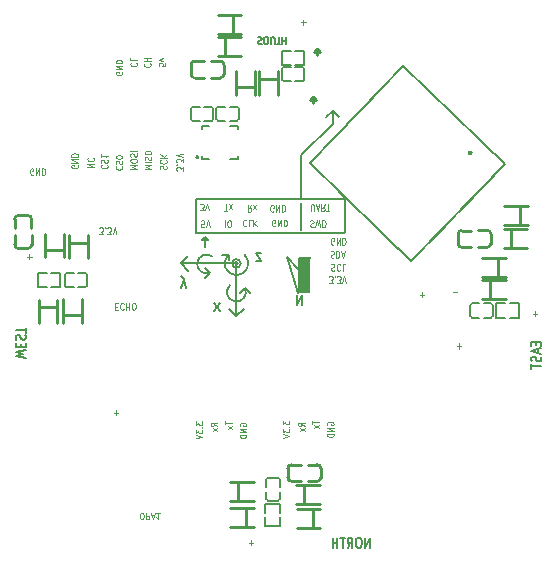
<source format=gbo>
%TF.GenerationSoftware,KiCad,Pcbnew,9.0.4*%
%TF.CreationDate,2026-01-16T16:12:55-08:00*%
%TF.ProjectId,u_anemometer,755f616e-656d-46f6-9d65-7465722e6b69,rev?*%
%TF.SameCoordinates,Original*%
%TF.FileFunction,Legend,Bot*%
%TF.FilePolarity,Positive*%
%FSLAX46Y46*%
G04 Gerber Fmt 4.6, Leading zero omitted, Abs format (unit mm)*
G04 Created by KiCad (PCBNEW 9.0.4) date 2026-01-16 16:12:55*
%MOMM*%
%LPD*%
G01*
G04 APERTURE LIST*
%ADD10C,0.200000*%
%ADD11C,0.152000*%
%ADD12C,0.120000*%
%ADD13C,0.133500*%
%ADD14C,0.150000*%
%ADD15C,0.254000*%
G04 APERTURE END LIST*
D10*
X155350000Y-105900000D02*
X142850000Y-105900000D01*
D11*
X145566000Y-107738500D02*
X145545500Y-107718000D01*
D10*
X143599500Y-106500000D02*
X143599000Y-106251000D01*
D11*
X141550000Y-108468000D02*
X142150000Y-109068000D01*
X146250000Y-112918000D02*
X146850000Y-112318000D01*
D10*
X143850500Y-106500000D02*
X143599000Y-106251000D01*
X151732000Y-103344000D02*
X151732000Y-105644000D01*
D11*
X150500000Y-107950000D02*
X151500000Y-108950000D01*
X146582000Y-110946500D02*
X146582000Y-110962000D01*
D10*
X154400000Y-96200000D02*
X154400000Y-95550000D01*
X155400000Y-105850000D02*
X155350000Y-105900000D01*
D11*
X144019500Y-109258000D02*
G75*
G02*
X144185004Y-107870994I-304400J739700D01*
G01*
X147423000Y-111012000D02*
X147432000Y-111012000D01*
X146408500Y-108469000D02*
G75*
G02*
X146091500Y-108469000I-158500J0D01*
G01*
X146091500Y-108469000D02*
G75*
G02*
X146408500Y-108469000I158500J0D01*
G01*
D10*
X151750000Y-99299000D02*
X154399500Y-96650000D01*
X142800000Y-105850000D02*
X142800000Y-103000000D01*
X143599500Y-106500000D02*
X143850500Y-106500000D01*
X151712000Y-103000000D02*
X151750000Y-102961500D01*
D11*
X151500000Y-108950000D02*
X152500000Y-107950000D01*
X146250000Y-112918000D02*
X145650000Y-112318000D01*
D10*
X154399500Y-96650000D02*
X154399500Y-96200000D01*
D11*
X146970000Y-110558500D02*
X147423000Y-111012000D01*
X146614000Y-108469000D02*
G75*
G02*
X145886000Y-108469000I-364000J0D01*
G01*
X145886000Y-108469000D02*
G75*
G02*
X146614000Y-108469000I364000J0D01*
G01*
D10*
X143600000Y-107050000D02*
X143599500Y-106500000D01*
D11*
X143629500Y-108868000D02*
X143608500Y-108868000D01*
X144019500Y-109258000D02*
X143629500Y-108868000D01*
X150500000Y-107950000D02*
X151500000Y-110950000D01*
X141550000Y-108468000D02*
X142150000Y-107868000D01*
X146957000Y-107761000D02*
G75*
G02*
X145565997Y-107738497I-707120J-706950D01*
G01*
X145600000Y-107772500D02*
X145600000Y-108218000D01*
D10*
X143350500Y-106500000D02*
X143599500Y-106500000D01*
D11*
X146970000Y-110558500D02*
X146582000Y-110946500D01*
D10*
X154400000Y-95550000D02*
X153850000Y-96100000D01*
D11*
X145566000Y-107738500D02*
X145600000Y-107772500D01*
D10*
X151750000Y-102961500D02*
X151750000Y-99299000D01*
D11*
X152500000Y-107950000D02*
X151500000Y-110950000D01*
D10*
X143599000Y-106251000D02*
X143350500Y-106500000D01*
X142800000Y-103000000D02*
X155400000Y-103000000D01*
X155400000Y-103000000D02*
X155400000Y-105850000D01*
D11*
X146250000Y-108468000D02*
X141550000Y-108468000D01*
X144019500Y-109258000D02*
X143559000Y-109718000D01*
D10*
X142850000Y-105900000D02*
X142800000Y-105850000D01*
D11*
X146970000Y-110558500D02*
G75*
G02*
X145699981Y-110317980I-722800J-343300D01*
G01*
X146250000Y-108468000D02*
X146250000Y-112918000D01*
X145545500Y-107718000D02*
X145000000Y-107718000D01*
D10*
X154400000Y-95550000D02*
X154950000Y-96100000D01*
D11*
X157578571Y-132539297D02*
X157578571Y-131699297D01*
X157578571Y-131699297D02*
X157167142Y-132539297D01*
X157167142Y-132539297D02*
X157167142Y-131699297D01*
X156687142Y-131699297D02*
X156549999Y-131699297D01*
X156549999Y-131699297D02*
X156481428Y-131739297D01*
X156481428Y-131739297D02*
X156412856Y-131819297D01*
X156412856Y-131819297D02*
X156378571Y-131979297D01*
X156378571Y-131979297D02*
X156378571Y-132259297D01*
X156378571Y-132259297D02*
X156412856Y-132419297D01*
X156412856Y-132419297D02*
X156481428Y-132499297D01*
X156481428Y-132499297D02*
X156549999Y-132539297D01*
X156549999Y-132539297D02*
X156687142Y-132539297D01*
X156687142Y-132539297D02*
X156755714Y-132499297D01*
X156755714Y-132499297D02*
X156824285Y-132419297D01*
X156824285Y-132419297D02*
X156858571Y-132259297D01*
X156858571Y-132259297D02*
X156858571Y-131979297D01*
X156858571Y-131979297D02*
X156824285Y-131819297D01*
X156824285Y-131819297D02*
X156755714Y-131739297D01*
X156755714Y-131739297D02*
X156687142Y-131699297D01*
X155658570Y-132539297D02*
X155898570Y-132139297D01*
X156069999Y-132539297D02*
X156069999Y-131699297D01*
X156069999Y-131699297D02*
X155795713Y-131699297D01*
X155795713Y-131699297D02*
X155727142Y-131739297D01*
X155727142Y-131739297D02*
X155692856Y-131779297D01*
X155692856Y-131779297D02*
X155658570Y-131859297D01*
X155658570Y-131859297D02*
X155658570Y-131979297D01*
X155658570Y-131979297D02*
X155692856Y-132059297D01*
X155692856Y-132059297D02*
X155727142Y-132099297D01*
X155727142Y-132099297D02*
X155795713Y-132139297D01*
X155795713Y-132139297D02*
X156069999Y-132139297D01*
X155452856Y-131699297D02*
X155041428Y-131699297D01*
X155247142Y-132539297D02*
X155247142Y-131699297D01*
X154801428Y-132539297D02*
X154801428Y-131699297D01*
X154801428Y-132099297D02*
X154389999Y-132099297D01*
X154389999Y-132539297D02*
X154389999Y-131699297D01*
D12*
X165256767Y-115461893D02*
X164891053Y-115461893D01*
X165073910Y-115675226D02*
X165073910Y-115248560D01*
X141734773Y-100602481D02*
X141734773Y-100305338D01*
X141734773Y-100305338D02*
X141521440Y-100465338D01*
X141521440Y-100465338D02*
X141521440Y-100396767D01*
X141521440Y-100396767D02*
X141494773Y-100351053D01*
X141494773Y-100351053D02*
X141468106Y-100328195D01*
X141468106Y-100328195D02*
X141414773Y-100305338D01*
X141414773Y-100305338D02*
X141281440Y-100305338D01*
X141281440Y-100305338D02*
X141228106Y-100328195D01*
X141228106Y-100328195D02*
X141201440Y-100351053D01*
X141201440Y-100351053D02*
X141174773Y-100396767D01*
X141174773Y-100396767D02*
X141174773Y-100533910D01*
X141174773Y-100533910D02*
X141201440Y-100579624D01*
X141201440Y-100579624D02*
X141228106Y-100602481D01*
X141228106Y-100099624D02*
X141201440Y-100076767D01*
X141201440Y-100076767D02*
X141174773Y-100099624D01*
X141174773Y-100099624D02*
X141201440Y-100122481D01*
X141201440Y-100122481D02*
X141228106Y-100099624D01*
X141228106Y-100099624D02*
X141174773Y-100099624D01*
X141734773Y-99916767D02*
X141734773Y-99619624D01*
X141734773Y-99619624D02*
X141521440Y-99779624D01*
X141521440Y-99779624D02*
X141521440Y-99711053D01*
X141521440Y-99711053D02*
X141494773Y-99665339D01*
X141494773Y-99665339D02*
X141468106Y-99642481D01*
X141468106Y-99642481D02*
X141414773Y-99619624D01*
X141414773Y-99619624D02*
X141281440Y-99619624D01*
X141281440Y-99619624D02*
X141228106Y-99642481D01*
X141228106Y-99642481D02*
X141201440Y-99665339D01*
X141201440Y-99665339D02*
X141174773Y-99711053D01*
X141174773Y-99711053D02*
X141174773Y-99848196D01*
X141174773Y-99848196D02*
X141201440Y-99893910D01*
X141201440Y-99893910D02*
X141228106Y-99916767D01*
X141734773Y-99482481D02*
X141174773Y-99322481D01*
X141174773Y-99322481D02*
X141734773Y-99162481D01*
X147499518Y-103518773D02*
X147339518Y-103785440D01*
X147225232Y-103518773D02*
X147225232Y-104078773D01*
X147225232Y-104078773D02*
X147408089Y-104078773D01*
X147408089Y-104078773D02*
X147453804Y-104052106D01*
X147453804Y-104052106D02*
X147476661Y-104025440D01*
X147476661Y-104025440D02*
X147499518Y-103972106D01*
X147499518Y-103972106D02*
X147499518Y-103892106D01*
X147499518Y-103892106D02*
X147476661Y-103838773D01*
X147476661Y-103838773D02*
X147453804Y-103812106D01*
X147453804Y-103812106D02*
X147408089Y-103785440D01*
X147408089Y-103785440D02*
X147225232Y-103785440D01*
X147659518Y-103518773D02*
X147910947Y-103892106D01*
X147659518Y-103892106D02*
X147910947Y-103518773D01*
D11*
X151371428Y-111160703D02*
X151371428Y-112000703D01*
X151371428Y-112000703D02*
X151782857Y-111160703D01*
X151782857Y-111160703D02*
X151782857Y-112000703D01*
D12*
X134647518Y-105984773D02*
X134944661Y-105984773D01*
X134944661Y-105984773D02*
X134784661Y-105771440D01*
X134784661Y-105771440D02*
X134853232Y-105771440D01*
X134853232Y-105771440D02*
X134898947Y-105744773D01*
X134898947Y-105744773D02*
X134921804Y-105718106D01*
X134921804Y-105718106D02*
X134944661Y-105664773D01*
X134944661Y-105664773D02*
X134944661Y-105531440D01*
X134944661Y-105531440D02*
X134921804Y-105478106D01*
X134921804Y-105478106D02*
X134898947Y-105451440D01*
X134898947Y-105451440D02*
X134853232Y-105424773D01*
X134853232Y-105424773D02*
X134716089Y-105424773D01*
X134716089Y-105424773D02*
X134670375Y-105451440D01*
X134670375Y-105451440D02*
X134647518Y-105478106D01*
X135150375Y-105478106D02*
X135173232Y-105451440D01*
X135173232Y-105451440D02*
X135150375Y-105424773D01*
X135150375Y-105424773D02*
X135127518Y-105451440D01*
X135127518Y-105451440D02*
X135150375Y-105478106D01*
X135150375Y-105478106D02*
X135150375Y-105424773D01*
X135333232Y-105984773D02*
X135630375Y-105984773D01*
X135630375Y-105984773D02*
X135470375Y-105771440D01*
X135470375Y-105771440D02*
X135538946Y-105771440D01*
X135538946Y-105771440D02*
X135584661Y-105744773D01*
X135584661Y-105744773D02*
X135607518Y-105718106D01*
X135607518Y-105718106D02*
X135630375Y-105664773D01*
X135630375Y-105664773D02*
X135630375Y-105531440D01*
X135630375Y-105531440D02*
X135607518Y-105478106D01*
X135607518Y-105478106D02*
X135584661Y-105451440D01*
X135584661Y-105451440D02*
X135538946Y-105424773D01*
X135538946Y-105424773D02*
X135401803Y-105424773D01*
X135401803Y-105424773D02*
X135356089Y-105451440D01*
X135356089Y-105451440D02*
X135333232Y-105478106D01*
X135767518Y-105984773D02*
X135927518Y-105424773D01*
X135927518Y-105424773D02*
X136087518Y-105984773D01*
X137274773Y-100456767D02*
X137834773Y-100456767D01*
X137834773Y-100456767D02*
X137434773Y-100296767D01*
X137434773Y-100296767D02*
X137834773Y-100136767D01*
X137834773Y-100136767D02*
X137274773Y-100136767D01*
X137834773Y-99816767D02*
X137834773Y-99725339D01*
X137834773Y-99725339D02*
X137808106Y-99679624D01*
X137808106Y-99679624D02*
X137754773Y-99633910D01*
X137754773Y-99633910D02*
X137648106Y-99611053D01*
X137648106Y-99611053D02*
X137461440Y-99611053D01*
X137461440Y-99611053D02*
X137354773Y-99633910D01*
X137354773Y-99633910D02*
X137301440Y-99679624D01*
X137301440Y-99679624D02*
X137274773Y-99725339D01*
X137274773Y-99725339D02*
X137274773Y-99816767D01*
X137274773Y-99816767D02*
X137301440Y-99862482D01*
X137301440Y-99862482D02*
X137354773Y-99908196D01*
X137354773Y-99908196D02*
X137461440Y-99931053D01*
X137461440Y-99931053D02*
X137648106Y-99931053D01*
X137648106Y-99931053D02*
X137754773Y-99908196D01*
X137754773Y-99908196D02*
X137808106Y-99862482D01*
X137808106Y-99862482D02*
X137834773Y-99816767D01*
X137301440Y-99428196D02*
X137274773Y-99359625D01*
X137274773Y-99359625D02*
X137274773Y-99245339D01*
X137274773Y-99245339D02*
X137301440Y-99199625D01*
X137301440Y-99199625D02*
X137328106Y-99176767D01*
X137328106Y-99176767D02*
X137381440Y-99153910D01*
X137381440Y-99153910D02*
X137434773Y-99153910D01*
X137434773Y-99153910D02*
X137488106Y-99176767D01*
X137488106Y-99176767D02*
X137514773Y-99199625D01*
X137514773Y-99199625D02*
X137541440Y-99245339D01*
X137541440Y-99245339D02*
X137568106Y-99336767D01*
X137568106Y-99336767D02*
X137594773Y-99382482D01*
X137594773Y-99382482D02*
X137621440Y-99405339D01*
X137621440Y-99405339D02*
X137674773Y-99428196D01*
X137674773Y-99428196D02*
X137728106Y-99428196D01*
X137728106Y-99428196D02*
X137781440Y-99405339D01*
X137781440Y-99405339D02*
X137808106Y-99382482D01*
X137808106Y-99382482D02*
X137834773Y-99336767D01*
X137834773Y-99336767D02*
X137834773Y-99222482D01*
X137834773Y-99222482D02*
X137808106Y-99153910D01*
X137274773Y-98948196D02*
X137834773Y-98948196D01*
X149526661Y-105301606D02*
X149480947Y-105328273D01*
X149480947Y-105328273D02*
X149412375Y-105328273D01*
X149412375Y-105328273D02*
X149343804Y-105301606D01*
X149343804Y-105301606D02*
X149298089Y-105248273D01*
X149298089Y-105248273D02*
X149275232Y-105194940D01*
X149275232Y-105194940D02*
X149252375Y-105088273D01*
X149252375Y-105088273D02*
X149252375Y-105008273D01*
X149252375Y-105008273D02*
X149275232Y-104901606D01*
X149275232Y-104901606D02*
X149298089Y-104848273D01*
X149298089Y-104848273D02*
X149343804Y-104794940D01*
X149343804Y-104794940D02*
X149412375Y-104768273D01*
X149412375Y-104768273D02*
X149458089Y-104768273D01*
X149458089Y-104768273D02*
X149526661Y-104794940D01*
X149526661Y-104794940D02*
X149549518Y-104821606D01*
X149549518Y-104821606D02*
X149549518Y-105008273D01*
X149549518Y-105008273D02*
X149458089Y-105008273D01*
X149755232Y-104768273D02*
X149755232Y-105328273D01*
X149755232Y-105328273D02*
X150029518Y-104768273D01*
X150029518Y-104768273D02*
X150029518Y-105328273D01*
X150258089Y-104768273D02*
X150258089Y-105328273D01*
X150258089Y-105328273D02*
X150372375Y-105328273D01*
X150372375Y-105328273D02*
X150440946Y-105301606D01*
X150440946Y-105301606D02*
X150486661Y-105248273D01*
X150486661Y-105248273D02*
X150509518Y-105194940D01*
X150509518Y-105194940D02*
X150532375Y-105088273D01*
X150532375Y-105088273D02*
X150532375Y-105008273D01*
X150532375Y-105008273D02*
X150509518Y-104901606D01*
X150509518Y-104901606D02*
X150486661Y-104848273D01*
X150486661Y-104848273D02*
X150440946Y-104794940D01*
X150440946Y-104794940D02*
X150372375Y-104768273D01*
X150372375Y-104768273D02*
X150258089Y-104768273D01*
D11*
X144360571Y-111798404D02*
X144832000Y-112498404D01*
X144360571Y-112498404D02*
X144832000Y-111798404D01*
D13*
X148089542Y-89312852D02*
X148165828Y-89283185D01*
X148165828Y-89283185D02*
X148292970Y-89283185D01*
X148292970Y-89283185D02*
X148343828Y-89312852D01*
X148343828Y-89312852D02*
X148369256Y-89342518D01*
X148369256Y-89342518D02*
X148394685Y-89401852D01*
X148394685Y-89401852D02*
X148394685Y-89461185D01*
X148394685Y-89461185D02*
X148369256Y-89520518D01*
X148369256Y-89520518D02*
X148343828Y-89550185D01*
X148343828Y-89550185D02*
X148292970Y-89579852D01*
X148292970Y-89579852D02*
X148191256Y-89609518D01*
X148191256Y-89609518D02*
X148140399Y-89639185D01*
X148140399Y-89639185D02*
X148114970Y-89668852D01*
X148114970Y-89668852D02*
X148089542Y-89728185D01*
X148089542Y-89728185D02*
X148089542Y-89787518D01*
X148089542Y-89787518D02*
X148114970Y-89846852D01*
X148114970Y-89846852D02*
X148140399Y-89876518D01*
X148140399Y-89876518D02*
X148191256Y-89906185D01*
X148191256Y-89906185D02*
X148318399Y-89906185D01*
X148318399Y-89906185D02*
X148394685Y-89876518D01*
X148725256Y-89906185D02*
X148826970Y-89906185D01*
X148826970Y-89906185D02*
X148877827Y-89876518D01*
X148877827Y-89876518D02*
X148928684Y-89817185D01*
X148928684Y-89817185D02*
X148954113Y-89698518D01*
X148954113Y-89698518D02*
X148954113Y-89490852D01*
X148954113Y-89490852D02*
X148928684Y-89372185D01*
X148928684Y-89372185D02*
X148877827Y-89312852D01*
X148877827Y-89312852D02*
X148826970Y-89283185D01*
X148826970Y-89283185D02*
X148725256Y-89283185D01*
X148725256Y-89283185D02*
X148674399Y-89312852D01*
X148674399Y-89312852D02*
X148623541Y-89372185D01*
X148623541Y-89372185D02*
X148598113Y-89490852D01*
X148598113Y-89490852D02*
X148598113Y-89698518D01*
X148598113Y-89698518D02*
X148623541Y-89817185D01*
X148623541Y-89817185D02*
X148674399Y-89876518D01*
X148674399Y-89876518D02*
X148725256Y-89906185D01*
X149182970Y-89906185D02*
X149182970Y-89401852D01*
X149182970Y-89401852D02*
X149208399Y-89342518D01*
X149208399Y-89342518D02*
X149233828Y-89312852D01*
X149233828Y-89312852D02*
X149284685Y-89283185D01*
X149284685Y-89283185D02*
X149386399Y-89283185D01*
X149386399Y-89283185D02*
X149437256Y-89312852D01*
X149437256Y-89312852D02*
X149462685Y-89342518D01*
X149462685Y-89342518D02*
X149488113Y-89401852D01*
X149488113Y-89401852D02*
X149488113Y-89906185D01*
X149666114Y-89906185D02*
X149971257Y-89906185D01*
X149818685Y-89283185D02*
X149818685Y-89906185D01*
X150149256Y-89283185D02*
X150149256Y-89906185D01*
X150149256Y-89609518D02*
X150454399Y-89609518D01*
X150454399Y-89283185D02*
X150454399Y-89906185D01*
D12*
X150165226Y-121797518D02*
X150165226Y-122094661D01*
X150165226Y-122094661D02*
X150378560Y-121934661D01*
X150378560Y-121934661D02*
X150378560Y-122003232D01*
X150378560Y-122003232D02*
X150405226Y-122048947D01*
X150405226Y-122048947D02*
X150431893Y-122071804D01*
X150431893Y-122071804D02*
X150485226Y-122094661D01*
X150485226Y-122094661D02*
X150618560Y-122094661D01*
X150618560Y-122094661D02*
X150671893Y-122071804D01*
X150671893Y-122071804D02*
X150698560Y-122048947D01*
X150698560Y-122048947D02*
X150725226Y-122003232D01*
X150725226Y-122003232D02*
X150725226Y-121866089D01*
X150725226Y-121866089D02*
X150698560Y-121820375D01*
X150698560Y-121820375D02*
X150671893Y-121797518D01*
X150671893Y-122300375D02*
X150698560Y-122323232D01*
X150698560Y-122323232D02*
X150725226Y-122300375D01*
X150725226Y-122300375D02*
X150698560Y-122277518D01*
X150698560Y-122277518D02*
X150671893Y-122300375D01*
X150671893Y-122300375D02*
X150725226Y-122300375D01*
X150165226Y-122483232D02*
X150165226Y-122780375D01*
X150165226Y-122780375D02*
X150378560Y-122620375D01*
X150378560Y-122620375D02*
X150378560Y-122688946D01*
X150378560Y-122688946D02*
X150405226Y-122734661D01*
X150405226Y-122734661D02*
X150431893Y-122757518D01*
X150431893Y-122757518D02*
X150485226Y-122780375D01*
X150485226Y-122780375D02*
X150618560Y-122780375D01*
X150618560Y-122780375D02*
X150671893Y-122757518D01*
X150671893Y-122757518D02*
X150698560Y-122734661D01*
X150698560Y-122734661D02*
X150725226Y-122688946D01*
X150725226Y-122688946D02*
X150725226Y-122551803D01*
X150725226Y-122551803D02*
X150698560Y-122506089D01*
X150698560Y-122506089D02*
X150671893Y-122483232D01*
X150165226Y-122917518D02*
X150725226Y-123077518D01*
X150725226Y-123077518D02*
X150165226Y-123237518D01*
X136256767Y-121111893D02*
X135891053Y-121111893D01*
X136073910Y-121325226D02*
X136073910Y-120898560D01*
X147656767Y-132111893D02*
X147291053Y-132111893D01*
X147473910Y-132325226D02*
X147473910Y-131898560D01*
X145206661Y-104028273D02*
X145480947Y-104028273D01*
X145343804Y-103468273D02*
X145343804Y-104028273D01*
X145595232Y-103468273D02*
X145846661Y-103841606D01*
X145595232Y-103841606D02*
X145846661Y-103468273D01*
X152502375Y-104844940D02*
X152570947Y-104818273D01*
X152570947Y-104818273D02*
X152685232Y-104818273D01*
X152685232Y-104818273D02*
X152730947Y-104844940D01*
X152730947Y-104844940D02*
X152753804Y-104871606D01*
X152753804Y-104871606D02*
X152776661Y-104924940D01*
X152776661Y-104924940D02*
X152776661Y-104978273D01*
X152776661Y-104978273D02*
X152753804Y-105031606D01*
X152753804Y-105031606D02*
X152730947Y-105058273D01*
X152730947Y-105058273D02*
X152685232Y-105084940D01*
X152685232Y-105084940D02*
X152593804Y-105111606D01*
X152593804Y-105111606D02*
X152548089Y-105138273D01*
X152548089Y-105138273D02*
X152525232Y-105164940D01*
X152525232Y-105164940D02*
X152502375Y-105218273D01*
X152502375Y-105218273D02*
X152502375Y-105271606D01*
X152502375Y-105271606D02*
X152525232Y-105324940D01*
X152525232Y-105324940D02*
X152548089Y-105351606D01*
X152548089Y-105351606D02*
X152593804Y-105378273D01*
X152593804Y-105378273D02*
X152708089Y-105378273D01*
X152708089Y-105378273D02*
X152776661Y-105351606D01*
X152936661Y-105378273D02*
X153050947Y-104818273D01*
X153050947Y-104818273D02*
X153142375Y-105218273D01*
X153142375Y-105218273D02*
X153233804Y-104818273D01*
X153233804Y-104818273D02*
X153348090Y-105378273D01*
X153530946Y-104818273D02*
X153530946Y-105378273D01*
X153530946Y-105378273D02*
X153645232Y-105378273D01*
X153645232Y-105378273D02*
X153713803Y-105351606D01*
X153713803Y-105351606D02*
X153759518Y-105298273D01*
X153759518Y-105298273D02*
X153782375Y-105244940D01*
X153782375Y-105244940D02*
X153805232Y-105138273D01*
X153805232Y-105138273D02*
X153805232Y-105058273D01*
X153805232Y-105058273D02*
X153782375Y-104951606D01*
X153782375Y-104951606D02*
X153759518Y-104898273D01*
X153759518Y-104898273D02*
X153713803Y-104844940D01*
X153713803Y-104844940D02*
X153645232Y-104818273D01*
X153645232Y-104818273D02*
X153530946Y-104818273D01*
X128906767Y-107911893D02*
X128541053Y-107911893D01*
X128723910Y-108125226D02*
X128723910Y-107698560D01*
X147099518Y-104821606D02*
X147076661Y-104794940D01*
X147076661Y-104794940D02*
X147008089Y-104768273D01*
X147008089Y-104768273D02*
X146962375Y-104768273D01*
X146962375Y-104768273D02*
X146893804Y-104794940D01*
X146893804Y-104794940D02*
X146848089Y-104848273D01*
X146848089Y-104848273D02*
X146825232Y-104901606D01*
X146825232Y-104901606D02*
X146802375Y-105008273D01*
X146802375Y-105008273D02*
X146802375Y-105088273D01*
X146802375Y-105088273D02*
X146825232Y-105194940D01*
X146825232Y-105194940D02*
X146848089Y-105248273D01*
X146848089Y-105248273D02*
X146893804Y-105301606D01*
X146893804Y-105301606D02*
X146962375Y-105328273D01*
X146962375Y-105328273D02*
X147008089Y-105328273D01*
X147008089Y-105328273D02*
X147076661Y-105301606D01*
X147076661Y-105301606D02*
X147099518Y-105274940D01*
X147533804Y-104768273D02*
X147305232Y-104768273D01*
X147305232Y-104768273D02*
X147305232Y-105328273D01*
X147693803Y-104768273D02*
X147693803Y-105328273D01*
X147968089Y-104768273D02*
X147762375Y-105088273D01*
X147968089Y-105328273D02*
X147693803Y-105008273D01*
X132808106Y-100155338D02*
X132834773Y-100201053D01*
X132834773Y-100201053D02*
X132834773Y-100269624D01*
X132834773Y-100269624D02*
X132808106Y-100338195D01*
X132808106Y-100338195D02*
X132754773Y-100383910D01*
X132754773Y-100383910D02*
X132701440Y-100406767D01*
X132701440Y-100406767D02*
X132594773Y-100429624D01*
X132594773Y-100429624D02*
X132514773Y-100429624D01*
X132514773Y-100429624D02*
X132408106Y-100406767D01*
X132408106Y-100406767D02*
X132354773Y-100383910D01*
X132354773Y-100383910D02*
X132301440Y-100338195D01*
X132301440Y-100338195D02*
X132274773Y-100269624D01*
X132274773Y-100269624D02*
X132274773Y-100223910D01*
X132274773Y-100223910D02*
X132301440Y-100155338D01*
X132301440Y-100155338D02*
X132328106Y-100132481D01*
X132328106Y-100132481D02*
X132514773Y-100132481D01*
X132514773Y-100132481D02*
X132514773Y-100223910D01*
X132274773Y-99926767D02*
X132834773Y-99926767D01*
X132834773Y-99926767D02*
X132274773Y-99652481D01*
X132274773Y-99652481D02*
X132834773Y-99652481D01*
X132274773Y-99423910D02*
X132834773Y-99423910D01*
X132834773Y-99423910D02*
X132834773Y-99309624D01*
X132834773Y-99309624D02*
X132808106Y-99241053D01*
X132808106Y-99241053D02*
X132754773Y-99195338D01*
X132754773Y-99195338D02*
X132701440Y-99172481D01*
X132701440Y-99172481D02*
X132594773Y-99149624D01*
X132594773Y-99149624D02*
X132514773Y-99149624D01*
X132514773Y-99149624D02*
X132408106Y-99172481D01*
X132408106Y-99172481D02*
X132354773Y-99195338D01*
X132354773Y-99195338D02*
X132301440Y-99241053D01*
X132301440Y-99241053D02*
X132274773Y-99309624D01*
X132274773Y-99309624D02*
X132274773Y-99423910D01*
D11*
X147878571Y-108304404D02*
X148350000Y-108304404D01*
X148350000Y-108304404D02*
X147878571Y-107604404D01*
X147878571Y-107604404D02*
X148350000Y-107604404D01*
D12*
X140234773Y-91528195D02*
X140234773Y-91756767D01*
X140234773Y-91756767D02*
X139968106Y-91779624D01*
X139968106Y-91779624D02*
X139994773Y-91756767D01*
X139994773Y-91756767D02*
X140021440Y-91711053D01*
X140021440Y-91711053D02*
X140021440Y-91596767D01*
X140021440Y-91596767D02*
X139994773Y-91551053D01*
X139994773Y-91551053D02*
X139968106Y-91528195D01*
X139968106Y-91528195D02*
X139914773Y-91505338D01*
X139914773Y-91505338D02*
X139781440Y-91505338D01*
X139781440Y-91505338D02*
X139728106Y-91528195D01*
X139728106Y-91528195D02*
X139701440Y-91551053D01*
X139701440Y-91551053D02*
X139674773Y-91596767D01*
X139674773Y-91596767D02*
X139674773Y-91711053D01*
X139674773Y-91711053D02*
X139701440Y-91756767D01*
X139701440Y-91756767D02*
X139728106Y-91779624D01*
X140048106Y-91345338D02*
X139674773Y-91231052D01*
X139674773Y-91231052D02*
X140048106Y-91116767D01*
D11*
X171599297Y-115121428D02*
X171599297Y-115361428D01*
X172039297Y-115464285D02*
X172039297Y-115121428D01*
X172039297Y-115121428D02*
X171199297Y-115121428D01*
X171199297Y-115121428D02*
X171199297Y-115464285D01*
X171799297Y-115738571D02*
X171799297Y-116081429D01*
X172039297Y-115670000D02*
X171199297Y-115910000D01*
X171199297Y-115910000D02*
X172039297Y-116150000D01*
X171999297Y-116355714D02*
X172039297Y-116458572D01*
X172039297Y-116458572D02*
X172039297Y-116630000D01*
X172039297Y-116630000D02*
X171999297Y-116698572D01*
X171999297Y-116698572D02*
X171959297Y-116732857D01*
X171959297Y-116732857D02*
X171879297Y-116767143D01*
X171879297Y-116767143D02*
X171799297Y-116767143D01*
X171799297Y-116767143D02*
X171719297Y-116732857D01*
X171719297Y-116732857D02*
X171679297Y-116698572D01*
X171679297Y-116698572D02*
X171639297Y-116630000D01*
X171639297Y-116630000D02*
X171599297Y-116492857D01*
X171599297Y-116492857D02*
X171559297Y-116424286D01*
X171559297Y-116424286D02*
X171519297Y-116390000D01*
X171519297Y-116390000D02*
X171439297Y-116355714D01*
X171439297Y-116355714D02*
X171359297Y-116355714D01*
X171359297Y-116355714D02*
X171279297Y-116390000D01*
X171279297Y-116390000D02*
X171239297Y-116424286D01*
X171239297Y-116424286D02*
X171199297Y-116492857D01*
X171199297Y-116492857D02*
X171199297Y-116664286D01*
X171199297Y-116664286D02*
X171239297Y-116767143D01*
X171199297Y-116972857D02*
X171199297Y-117384286D01*
X172039297Y-117178571D02*
X171199297Y-117178571D01*
X128400703Y-116447142D02*
X127560703Y-116275714D01*
X127560703Y-116275714D02*
X128160703Y-116138571D01*
X128160703Y-116138571D02*
X127560703Y-116001428D01*
X127560703Y-116001428D02*
X128400703Y-115830000D01*
X128000703Y-115555714D02*
X128000703Y-115315714D01*
X127560703Y-115212857D02*
X127560703Y-115555714D01*
X127560703Y-115555714D02*
X128400703Y-115555714D01*
X128400703Y-115555714D02*
X128400703Y-115212857D01*
X127600703Y-114938571D02*
X127560703Y-114835714D01*
X127560703Y-114835714D02*
X127560703Y-114664285D01*
X127560703Y-114664285D02*
X127600703Y-114595714D01*
X127600703Y-114595714D02*
X127640703Y-114561428D01*
X127640703Y-114561428D02*
X127720703Y-114527142D01*
X127720703Y-114527142D02*
X127800703Y-114527142D01*
X127800703Y-114527142D02*
X127880703Y-114561428D01*
X127880703Y-114561428D02*
X127920703Y-114595714D01*
X127920703Y-114595714D02*
X127960703Y-114664285D01*
X127960703Y-114664285D02*
X128000703Y-114801428D01*
X128000703Y-114801428D02*
X128040703Y-114869999D01*
X128040703Y-114869999D02*
X128080703Y-114904285D01*
X128080703Y-114904285D02*
X128160703Y-114938571D01*
X128160703Y-114938571D02*
X128240703Y-114938571D01*
X128240703Y-114938571D02*
X128320703Y-114904285D01*
X128320703Y-114904285D02*
X128360703Y-114869999D01*
X128360703Y-114869999D02*
X128400703Y-114801428D01*
X128400703Y-114801428D02*
X128400703Y-114629999D01*
X128400703Y-114629999D02*
X128360703Y-114527142D01*
X128400703Y-114321428D02*
X128400703Y-113910000D01*
X127560703Y-114115714D02*
X128400703Y-114115714D01*
D12*
X144625226Y-122217518D02*
X144358560Y-122057518D01*
X144625226Y-121943232D02*
X144065226Y-121943232D01*
X144065226Y-121943232D02*
X144065226Y-122126089D01*
X144065226Y-122126089D02*
X144091893Y-122171804D01*
X144091893Y-122171804D02*
X144118560Y-122194661D01*
X144118560Y-122194661D02*
X144171893Y-122217518D01*
X144171893Y-122217518D02*
X144251893Y-122217518D01*
X144251893Y-122217518D02*
X144305226Y-122194661D01*
X144305226Y-122194661D02*
X144331893Y-122171804D01*
X144331893Y-122171804D02*
X144358560Y-122126089D01*
X144358560Y-122126089D02*
X144358560Y-121943232D01*
X144625226Y-122377518D02*
X144251893Y-122628947D01*
X144251893Y-122377518D02*
X144625226Y-122628947D01*
X143179518Y-103978273D02*
X143476661Y-103978273D01*
X143476661Y-103978273D02*
X143316661Y-103764940D01*
X143316661Y-103764940D02*
X143385232Y-103764940D01*
X143385232Y-103764940D02*
X143430947Y-103738273D01*
X143430947Y-103738273D02*
X143453804Y-103711606D01*
X143453804Y-103711606D02*
X143476661Y-103658273D01*
X143476661Y-103658273D02*
X143476661Y-103524940D01*
X143476661Y-103524940D02*
X143453804Y-103471606D01*
X143453804Y-103471606D02*
X143430947Y-103444940D01*
X143430947Y-103444940D02*
X143385232Y-103418273D01*
X143385232Y-103418273D02*
X143248089Y-103418273D01*
X143248089Y-103418273D02*
X143202375Y-103444940D01*
X143202375Y-103444940D02*
X143179518Y-103471606D01*
X143613804Y-103978273D02*
X143773804Y-103418273D01*
X143773804Y-103418273D02*
X143933804Y-103978273D01*
X154220375Y-107451440D02*
X154288947Y-107424773D01*
X154288947Y-107424773D02*
X154403232Y-107424773D01*
X154403232Y-107424773D02*
X154448947Y-107451440D01*
X154448947Y-107451440D02*
X154471804Y-107478106D01*
X154471804Y-107478106D02*
X154494661Y-107531440D01*
X154494661Y-107531440D02*
X154494661Y-107584773D01*
X154494661Y-107584773D02*
X154471804Y-107638106D01*
X154471804Y-107638106D02*
X154448947Y-107664773D01*
X154448947Y-107664773D02*
X154403232Y-107691440D01*
X154403232Y-107691440D02*
X154311804Y-107718106D01*
X154311804Y-107718106D02*
X154266089Y-107744773D01*
X154266089Y-107744773D02*
X154243232Y-107771440D01*
X154243232Y-107771440D02*
X154220375Y-107824773D01*
X154220375Y-107824773D02*
X154220375Y-107878106D01*
X154220375Y-107878106D02*
X154243232Y-107931440D01*
X154243232Y-107931440D02*
X154266089Y-107958106D01*
X154266089Y-107958106D02*
X154311804Y-107984773D01*
X154311804Y-107984773D02*
X154426089Y-107984773D01*
X154426089Y-107984773D02*
X154494661Y-107958106D01*
X154700375Y-107424773D02*
X154700375Y-107984773D01*
X154700375Y-107984773D02*
X154814661Y-107984773D01*
X154814661Y-107984773D02*
X154883232Y-107958106D01*
X154883232Y-107958106D02*
X154928947Y-107904773D01*
X154928947Y-107904773D02*
X154951804Y-107851440D01*
X154951804Y-107851440D02*
X154974661Y-107744773D01*
X154974661Y-107744773D02*
X154974661Y-107664773D01*
X154974661Y-107664773D02*
X154951804Y-107558106D01*
X154951804Y-107558106D02*
X154928947Y-107504773D01*
X154928947Y-107504773D02*
X154883232Y-107451440D01*
X154883232Y-107451440D02*
X154814661Y-107424773D01*
X154814661Y-107424773D02*
X154700375Y-107424773D01*
X155157518Y-107584773D02*
X155386090Y-107584773D01*
X155111804Y-107424773D02*
X155271804Y-107984773D01*
X155271804Y-107984773D02*
X155431804Y-107424773D01*
X145315226Y-121824661D02*
X145315226Y-122098947D01*
X145875226Y-121961804D02*
X145315226Y-121961804D01*
X145875226Y-122213232D02*
X145501893Y-122464661D01*
X145501893Y-122213232D02*
X145875226Y-122464661D01*
X139801440Y-100479624D02*
X139774773Y-100411053D01*
X139774773Y-100411053D02*
X139774773Y-100296767D01*
X139774773Y-100296767D02*
X139801440Y-100251053D01*
X139801440Y-100251053D02*
X139828106Y-100228195D01*
X139828106Y-100228195D02*
X139881440Y-100205338D01*
X139881440Y-100205338D02*
X139934773Y-100205338D01*
X139934773Y-100205338D02*
X139988106Y-100228195D01*
X139988106Y-100228195D02*
X140014773Y-100251053D01*
X140014773Y-100251053D02*
X140041440Y-100296767D01*
X140041440Y-100296767D02*
X140068106Y-100388195D01*
X140068106Y-100388195D02*
X140094773Y-100433910D01*
X140094773Y-100433910D02*
X140121440Y-100456767D01*
X140121440Y-100456767D02*
X140174773Y-100479624D01*
X140174773Y-100479624D02*
X140228106Y-100479624D01*
X140228106Y-100479624D02*
X140281440Y-100456767D01*
X140281440Y-100456767D02*
X140308106Y-100433910D01*
X140308106Y-100433910D02*
X140334773Y-100388195D01*
X140334773Y-100388195D02*
X140334773Y-100273910D01*
X140334773Y-100273910D02*
X140308106Y-100205338D01*
X139828106Y-99725338D02*
X139801440Y-99748195D01*
X139801440Y-99748195D02*
X139774773Y-99816767D01*
X139774773Y-99816767D02*
X139774773Y-99862481D01*
X139774773Y-99862481D02*
X139801440Y-99931052D01*
X139801440Y-99931052D02*
X139854773Y-99976767D01*
X139854773Y-99976767D02*
X139908106Y-99999624D01*
X139908106Y-99999624D02*
X140014773Y-100022481D01*
X140014773Y-100022481D02*
X140094773Y-100022481D01*
X140094773Y-100022481D02*
X140201440Y-99999624D01*
X140201440Y-99999624D02*
X140254773Y-99976767D01*
X140254773Y-99976767D02*
X140308106Y-99931052D01*
X140308106Y-99931052D02*
X140334773Y-99862481D01*
X140334773Y-99862481D02*
X140334773Y-99816767D01*
X140334773Y-99816767D02*
X140308106Y-99748195D01*
X140308106Y-99748195D02*
X140281440Y-99725338D01*
X139774773Y-99519624D02*
X140334773Y-99519624D01*
X139774773Y-99245338D02*
X140094773Y-99451052D01*
X140334773Y-99245338D02*
X140014773Y-99519624D01*
X134828106Y-100132481D02*
X134801440Y-100155338D01*
X134801440Y-100155338D02*
X134774773Y-100223910D01*
X134774773Y-100223910D02*
X134774773Y-100269624D01*
X134774773Y-100269624D02*
X134801440Y-100338195D01*
X134801440Y-100338195D02*
X134854773Y-100383910D01*
X134854773Y-100383910D02*
X134908106Y-100406767D01*
X134908106Y-100406767D02*
X135014773Y-100429624D01*
X135014773Y-100429624D02*
X135094773Y-100429624D01*
X135094773Y-100429624D02*
X135201440Y-100406767D01*
X135201440Y-100406767D02*
X135254773Y-100383910D01*
X135254773Y-100383910D02*
X135308106Y-100338195D01*
X135308106Y-100338195D02*
X135334773Y-100269624D01*
X135334773Y-100269624D02*
X135334773Y-100223910D01*
X135334773Y-100223910D02*
X135308106Y-100155338D01*
X135308106Y-100155338D02*
X135281440Y-100132481D01*
X134801440Y-99949624D02*
X134774773Y-99881053D01*
X134774773Y-99881053D02*
X134774773Y-99766767D01*
X134774773Y-99766767D02*
X134801440Y-99721053D01*
X134801440Y-99721053D02*
X134828106Y-99698195D01*
X134828106Y-99698195D02*
X134881440Y-99675338D01*
X134881440Y-99675338D02*
X134934773Y-99675338D01*
X134934773Y-99675338D02*
X134988106Y-99698195D01*
X134988106Y-99698195D02*
X135014773Y-99721053D01*
X135014773Y-99721053D02*
X135041440Y-99766767D01*
X135041440Y-99766767D02*
X135068106Y-99858195D01*
X135068106Y-99858195D02*
X135094773Y-99903910D01*
X135094773Y-99903910D02*
X135121440Y-99926767D01*
X135121440Y-99926767D02*
X135174773Y-99949624D01*
X135174773Y-99949624D02*
X135228106Y-99949624D01*
X135228106Y-99949624D02*
X135281440Y-99926767D01*
X135281440Y-99926767D02*
X135308106Y-99903910D01*
X135308106Y-99903910D02*
X135334773Y-99858195D01*
X135334773Y-99858195D02*
X135334773Y-99743910D01*
X135334773Y-99743910D02*
X135308106Y-99675338D01*
X134774773Y-99218195D02*
X134774773Y-99492481D01*
X134774773Y-99355338D02*
X135334773Y-99355338D01*
X135334773Y-99355338D02*
X135254773Y-99401052D01*
X135254773Y-99401052D02*
X135201440Y-99446767D01*
X135201440Y-99446767D02*
X135174773Y-99492481D01*
X135993232Y-112118106D02*
X136153232Y-112118106D01*
X136221804Y-111824773D02*
X135993232Y-111824773D01*
X135993232Y-111824773D02*
X135993232Y-112384773D01*
X135993232Y-112384773D02*
X136221804Y-112384773D01*
X136701804Y-111878106D02*
X136678947Y-111851440D01*
X136678947Y-111851440D02*
X136610375Y-111824773D01*
X136610375Y-111824773D02*
X136564661Y-111824773D01*
X136564661Y-111824773D02*
X136496090Y-111851440D01*
X136496090Y-111851440D02*
X136450375Y-111904773D01*
X136450375Y-111904773D02*
X136427518Y-111958106D01*
X136427518Y-111958106D02*
X136404661Y-112064773D01*
X136404661Y-112064773D02*
X136404661Y-112144773D01*
X136404661Y-112144773D02*
X136427518Y-112251440D01*
X136427518Y-112251440D02*
X136450375Y-112304773D01*
X136450375Y-112304773D02*
X136496090Y-112358106D01*
X136496090Y-112358106D02*
X136564661Y-112384773D01*
X136564661Y-112384773D02*
X136610375Y-112384773D01*
X136610375Y-112384773D02*
X136678947Y-112358106D01*
X136678947Y-112358106D02*
X136701804Y-112331440D01*
X136907518Y-111824773D02*
X136907518Y-112384773D01*
X136907518Y-112118106D02*
X137181804Y-112118106D01*
X137181804Y-111824773D02*
X137181804Y-112384773D01*
X137501804Y-112384773D02*
X137593232Y-112384773D01*
X137593232Y-112384773D02*
X137638947Y-112358106D01*
X137638947Y-112358106D02*
X137684661Y-112304773D01*
X137684661Y-112304773D02*
X137707518Y-112198106D01*
X137707518Y-112198106D02*
X137707518Y-112011440D01*
X137707518Y-112011440D02*
X137684661Y-111904773D01*
X137684661Y-111904773D02*
X137638947Y-111851440D01*
X137638947Y-111851440D02*
X137593232Y-111824773D01*
X137593232Y-111824773D02*
X137501804Y-111824773D01*
X137501804Y-111824773D02*
X137456090Y-111851440D01*
X137456090Y-111851440D02*
X137410375Y-111904773D01*
X137410375Y-111904773D02*
X137387518Y-112011440D01*
X137387518Y-112011440D02*
X137387518Y-112198106D01*
X137387518Y-112198106D02*
X137410375Y-112304773D01*
X137410375Y-112304773D02*
X137456090Y-112358106D01*
X137456090Y-112358106D02*
X137501804Y-112384773D01*
X164956767Y-110861893D02*
X164591053Y-110861893D01*
X154270375Y-108551440D02*
X154338947Y-108524773D01*
X154338947Y-108524773D02*
X154453232Y-108524773D01*
X154453232Y-108524773D02*
X154498947Y-108551440D01*
X154498947Y-108551440D02*
X154521804Y-108578106D01*
X154521804Y-108578106D02*
X154544661Y-108631440D01*
X154544661Y-108631440D02*
X154544661Y-108684773D01*
X154544661Y-108684773D02*
X154521804Y-108738106D01*
X154521804Y-108738106D02*
X154498947Y-108764773D01*
X154498947Y-108764773D02*
X154453232Y-108791440D01*
X154453232Y-108791440D02*
X154361804Y-108818106D01*
X154361804Y-108818106D02*
X154316089Y-108844773D01*
X154316089Y-108844773D02*
X154293232Y-108871440D01*
X154293232Y-108871440D02*
X154270375Y-108924773D01*
X154270375Y-108924773D02*
X154270375Y-108978106D01*
X154270375Y-108978106D02*
X154293232Y-109031440D01*
X154293232Y-109031440D02*
X154316089Y-109058106D01*
X154316089Y-109058106D02*
X154361804Y-109084773D01*
X154361804Y-109084773D02*
X154476089Y-109084773D01*
X154476089Y-109084773D02*
X154544661Y-109058106D01*
X155024661Y-108578106D02*
X155001804Y-108551440D01*
X155001804Y-108551440D02*
X154933232Y-108524773D01*
X154933232Y-108524773D02*
X154887518Y-108524773D01*
X154887518Y-108524773D02*
X154818947Y-108551440D01*
X154818947Y-108551440D02*
X154773232Y-108604773D01*
X154773232Y-108604773D02*
X154750375Y-108658106D01*
X154750375Y-108658106D02*
X154727518Y-108764773D01*
X154727518Y-108764773D02*
X154727518Y-108844773D01*
X154727518Y-108844773D02*
X154750375Y-108951440D01*
X154750375Y-108951440D02*
X154773232Y-109004773D01*
X154773232Y-109004773D02*
X154818947Y-109058106D01*
X154818947Y-109058106D02*
X154887518Y-109084773D01*
X154887518Y-109084773D02*
X154933232Y-109084773D01*
X154933232Y-109084773D02*
X155001804Y-109058106D01*
X155001804Y-109058106D02*
X155024661Y-109031440D01*
X155458947Y-108524773D02*
X155230375Y-108524773D01*
X155230375Y-108524773D02*
X155230375Y-109084773D01*
X136558106Y-92255338D02*
X136584773Y-92301053D01*
X136584773Y-92301053D02*
X136584773Y-92369624D01*
X136584773Y-92369624D02*
X136558106Y-92438195D01*
X136558106Y-92438195D02*
X136504773Y-92483910D01*
X136504773Y-92483910D02*
X136451440Y-92506767D01*
X136451440Y-92506767D02*
X136344773Y-92529624D01*
X136344773Y-92529624D02*
X136264773Y-92529624D01*
X136264773Y-92529624D02*
X136158106Y-92506767D01*
X136158106Y-92506767D02*
X136104773Y-92483910D01*
X136104773Y-92483910D02*
X136051440Y-92438195D01*
X136051440Y-92438195D02*
X136024773Y-92369624D01*
X136024773Y-92369624D02*
X136024773Y-92323910D01*
X136024773Y-92323910D02*
X136051440Y-92255338D01*
X136051440Y-92255338D02*
X136078106Y-92232481D01*
X136078106Y-92232481D02*
X136264773Y-92232481D01*
X136264773Y-92232481D02*
X136264773Y-92323910D01*
X136024773Y-92026767D02*
X136584773Y-92026767D01*
X136584773Y-92026767D02*
X136024773Y-91752481D01*
X136024773Y-91752481D02*
X136584773Y-91752481D01*
X136024773Y-91523910D02*
X136584773Y-91523910D01*
X136584773Y-91523910D02*
X136584773Y-91409624D01*
X136584773Y-91409624D02*
X136558106Y-91341053D01*
X136558106Y-91341053D02*
X136504773Y-91295338D01*
X136504773Y-91295338D02*
X136451440Y-91272481D01*
X136451440Y-91272481D02*
X136344773Y-91249624D01*
X136344773Y-91249624D02*
X136264773Y-91249624D01*
X136264773Y-91249624D02*
X136158106Y-91272481D01*
X136158106Y-91272481D02*
X136104773Y-91295338D01*
X136104773Y-91295338D02*
X136051440Y-91341053D01*
X136051440Y-91341053D02*
X136024773Y-91409624D01*
X136024773Y-91409624D02*
X136024773Y-91523910D01*
X137328106Y-91482481D02*
X137301440Y-91505338D01*
X137301440Y-91505338D02*
X137274773Y-91573910D01*
X137274773Y-91573910D02*
X137274773Y-91619624D01*
X137274773Y-91619624D02*
X137301440Y-91688195D01*
X137301440Y-91688195D02*
X137354773Y-91733910D01*
X137354773Y-91733910D02*
X137408106Y-91756767D01*
X137408106Y-91756767D02*
X137514773Y-91779624D01*
X137514773Y-91779624D02*
X137594773Y-91779624D01*
X137594773Y-91779624D02*
X137701440Y-91756767D01*
X137701440Y-91756767D02*
X137754773Y-91733910D01*
X137754773Y-91733910D02*
X137808106Y-91688195D01*
X137808106Y-91688195D02*
X137834773Y-91619624D01*
X137834773Y-91619624D02*
X137834773Y-91573910D01*
X137834773Y-91573910D02*
X137808106Y-91505338D01*
X137808106Y-91505338D02*
X137781440Y-91482481D01*
X137274773Y-91048195D02*
X137274773Y-91276767D01*
X137274773Y-91276767D02*
X137834773Y-91276767D01*
X152025226Y-122217518D02*
X151758560Y-122057518D01*
X152025226Y-121943232D02*
X151465226Y-121943232D01*
X151465226Y-121943232D02*
X151465226Y-122126089D01*
X151465226Y-122126089D02*
X151491893Y-122171804D01*
X151491893Y-122171804D02*
X151518560Y-122194661D01*
X151518560Y-122194661D02*
X151571893Y-122217518D01*
X151571893Y-122217518D02*
X151651893Y-122217518D01*
X151651893Y-122217518D02*
X151705226Y-122194661D01*
X151705226Y-122194661D02*
X151731893Y-122171804D01*
X151731893Y-122171804D02*
X151758560Y-122126089D01*
X151758560Y-122126089D02*
X151758560Y-121943232D01*
X152025226Y-122377518D02*
X151651893Y-122628947D01*
X151651893Y-122377518D02*
X152025226Y-122628947D01*
X162156767Y-111111893D02*
X161791053Y-111111893D01*
X161973910Y-111325226D02*
X161973910Y-110898560D01*
X149376661Y-104052106D02*
X149330947Y-104078773D01*
X149330947Y-104078773D02*
X149262375Y-104078773D01*
X149262375Y-104078773D02*
X149193804Y-104052106D01*
X149193804Y-104052106D02*
X149148089Y-103998773D01*
X149148089Y-103998773D02*
X149125232Y-103945440D01*
X149125232Y-103945440D02*
X149102375Y-103838773D01*
X149102375Y-103838773D02*
X149102375Y-103758773D01*
X149102375Y-103758773D02*
X149125232Y-103652106D01*
X149125232Y-103652106D02*
X149148089Y-103598773D01*
X149148089Y-103598773D02*
X149193804Y-103545440D01*
X149193804Y-103545440D02*
X149262375Y-103518773D01*
X149262375Y-103518773D02*
X149308089Y-103518773D01*
X149308089Y-103518773D02*
X149376661Y-103545440D01*
X149376661Y-103545440D02*
X149399518Y-103572106D01*
X149399518Y-103572106D02*
X149399518Y-103758773D01*
X149399518Y-103758773D02*
X149308089Y-103758773D01*
X149605232Y-103518773D02*
X149605232Y-104078773D01*
X149605232Y-104078773D02*
X149879518Y-103518773D01*
X149879518Y-103518773D02*
X149879518Y-104078773D01*
X150108089Y-103518773D02*
X150108089Y-104078773D01*
X150108089Y-104078773D02*
X150222375Y-104078773D01*
X150222375Y-104078773D02*
X150290946Y-104052106D01*
X150290946Y-104052106D02*
X150336661Y-103998773D01*
X150336661Y-103998773D02*
X150359518Y-103945440D01*
X150359518Y-103945440D02*
X150382375Y-103838773D01*
X150382375Y-103838773D02*
X150382375Y-103758773D01*
X150382375Y-103758773D02*
X150359518Y-103652106D01*
X150359518Y-103652106D02*
X150336661Y-103598773D01*
X150336661Y-103598773D02*
X150290946Y-103545440D01*
X150290946Y-103545440D02*
X150222375Y-103518773D01*
X150222375Y-103518773D02*
X150108089Y-103518773D01*
X143503804Y-105378273D02*
X143275232Y-105378273D01*
X143275232Y-105378273D02*
X143252375Y-105111606D01*
X143252375Y-105111606D02*
X143275232Y-105138273D01*
X143275232Y-105138273D02*
X143320947Y-105164940D01*
X143320947Y-105164940D02*
X143435232Y-105164940D01*
X143435232Y-105164940D02*
X143480947Y-105138273D01*
X143480947Y-105138273D02*
X143503804Y-105111606D01*
X143503804Y-105111606D02*
X143526661Y-105058273D01*
X143526661Y-105058273D02*
X143526661Y-104924940D01*
X143526661Y-104924940D02*
X143503804Y-104871606D01*
X143503804Y-104871606D02*
X143480947Y-104844940D01*
X143480947Y-104844940D02*
X143435232Y-104818273D01*
X143435232Y-104818273D02*
X143320947Y-104818273D01*
X143320947Y-104818273D02*
X143275232Y-104844940D01*
X143275232Y-104844940D02*
X143252375Y-104871606D01*
X143663804Y-105378273D02*
X143823804Y-104818273D01*
X143823804Y-104818273D02*
X143983804Y-105378273D01*
X154494661Y-106858106D02*
X154448947Y-106884773D01*
X154448947Y-106884773D02*
X154380375Y-106884773D01*
X154380375Y-106884773D02*
X154311804Y-106858106D01*
X154311804Y-106858106D02*
X154266089Y-106804773D01*
X154266089Y-106804773D02*
X154243232Y-106751440D01*
X154243232Y-106751440D02*
X154220375Y-106644773D01*
X154220375Y-106644773D02*
X154220375Y-106564773D01*
X154220375Y-106564773D02*
X154243232Y-106458106D01*
X154243232Y-106458106D02*
X154266089Y-106404773D01*
X154266089Y-106404773D02*
X154311804Y-106351440D01*
X154311804Y-106351440D02*
X154380375Y-106324773D01*
X154380375Y-106324773D02*
X154426089Y-106324773D01*
X154426089Y-106324773D02*
X154494661Y-106351440D01*
X154494661Y-106351440D02*
X154517518Y-106378106D01*
X154517518Y-106378106D02*
X154517518Y-106564773D01*
X154517518Y-106564773D02*
X154426089Y-106564773D01*
X154723232Y-106324773D02*
X154723232Y-106884773D01*
X154723232Y-106884773D02*
X154997518Y-106324773D01*
X154997518Y-106324773D02*
X154997518Y-106884773D01*
X155226089Y-106324773D02*
X155226089Y-106884773D01*
X155226089Y-106884773D02*
X155340375Y-106884773D01*
X155340375Y-106884773D02*
X155408946Y-106858106D01*
X155408946Y-106858106D02*
X155454661Y-106804773D01*
X155454661Y-106804773D02*
X155477518Y-106751440D01*
X155477518Y-106751440D02*
X155500375Y-106644773D01*
X155500375Y-106644773D02*
X155500375Y-106564773D01*
X155500375Y-106564773D02*
X155477518Y-106458106D01*
X155477518Y-106458106D02*
X155454661Y-106404773D01*
X155454661Y-106404773D02*
X155408946Y-106351440D01*
X155408946Y-106351440D02*
X155340375Y-106324773D01*
X155340375Y-106324773D02*
X155226089Y-106324773D01*
X152665226Y-121774661D02*
X152665226Y-122048947D01*
X153225226Y-121911804D02*
X152665226Y-121911804D01*
X153225226Y-122163232D02*
X152851893Y-122414661D01*
X152851893Y-122163232D02*
X153225226Y-122414661D01*
X138478106Y-91532481D02*
X138451440Y-91555338D01*
X138451440Y-91555338D02*
X138424773Y-91623910D01*
X138424773Y-91623910D02*
X138424773Y-91669624D01*
X138424773Y-91669624D02*
X138451440Y-91738195D01*
X138451440Y-91738195D02*
X138504773Y-91783910D01*
X138504773Y-91783910D02*
X138558106Y-91806767D01*
X138558106Y-91806767D02*
X138664773Y-91829624D01*
X138664773Y-91829624D02*
X138744773Y-91829624D01*
X138744773Y-91829624D02*
X138851440Y-91806767D01*
X138851440Y-91806767D02*
X138904773Y-91783910D01*
X138904773Y-91783910D02*
X138958106Y-91738195D01*
X138958106Y-91738195D02*
X138984773Y-91669624D01*
X138984773Y-91669624D02*
X138984773Y-91623910D01*
X138984773Y-91623910D02*
X138958106Y-91555338D01*
X138958106Y-91555338D02*
X138931440Y-91532481D01*
X138424773Y-91326767D02*
X138984773Y-91326767D01*
X138718106Y-91326767D02*
X138718106Y-91052481D01*
X138424773Y-91052481D02*
X138984773Y-91052481D01*
X133624773Y-100306767D02*
X134184773Y-100306767D01*
X134184773Y-100306767D02*
X133624773Y-100032481D01*
X133624773Y-100032481D02*
X134184773Y-100032481D01*
X133678106Y-99529624D02*
X133651440Y-99552481D01*
X133651440Y-99552481D02*
X133624773Y-99621053D01*
X133624773Y-99621053D02*
X133624773Y-99666767D01*
X133624773Y-99666767D02*
X133651440Y-99735338D01*
X133651440Y-99735338D02*
X133704773Y-99781053D01*
X133704773Y-99781053D02*
X133758106Y-99803910D01*
X133758106Y-99803910D02*
X133864773Y-99826767D01*
X133864773Y-99826767D02*
X133944773Y-99826767D01*
X133944773Y-99826767D02*
X134051440Y-99803910D01*
X134051440Y-99803910D02*
X134104773Y-99781053D01*
X134104773Y-99781053D02*
X134158106Y-99735338D01*
X134158106Y-99735338D02*
X134184773Y-99666767D01*
X134184773Y-99666767D02*
X134184773Y-99621053D01*
X134184773Y-99621053D02*
X134158106Y-99552481D01*
X134158106Y-99552481D02*
X134131440Y-99529624D01*
X153941893Y-122144661D02*
X153915226Y-122098947D01*
X153915226Y-122098947D02*
X153915226Y-122030375D01*
X153915226Y-122030375D02*
X153941893Y-121961804D01*
X153941893Y-121961804D02*
X153995226Y-121916089D01*
X153995226Y-121916089D02*
X154048560Y-121893232D01*
X154048560Y-121893232D02*
X154155226Y-121870375D01*
X154155226Y-121870375D02*
X154235226Y-121870375D01*
X154235226Y-121870375D02*
X154341893Y-121893232D01*
X154341893Y-121893232D02*
X154395226Y-121916089D01*
X154395226Y-121916089D02*
X154448560Y-121961804D01*
X154448560Y-121961804D02*
X154475226Y-122030375D01*
X154475226Y-122030375D02*
X154475226Y-122076089D01*
X154475226Y-122076089D02*
X154448560Y-122144661D01*
X154448560Y-122144661D02*
X154421893Y-122167518D01*
X154421893Y-122167518D02*
X154235226Y-122167518D01*
X154235226Y-122167518D02*
X154235226Y-122076089D01*
X154475226Y-122373232D02*
X153915226Y-122373232D01*
X153915226Y-122373232D02*
X154475226Y-122647518D01*
X154475226Y-122647518D02*
X153915226Y-122647518D01*
X154475226Y-122876089D02*
X153915226Y-122876089D01*
X153915226Y-122876089D02*
X153915226Y-122990375D01*
X153915226Y-122990375D02*
X153941893Y-123058946D01*
X153941893Y-123058946D02*
X153995226Y-123104661D01*
X153995226Y-123104661D02*
X154048560Y-123127518D01*
X154048560Y-123127518D02*
X154155226Y-123150375D01*
X154155226Y-123150375D02*
X154235226Y-123150375D01*
X154235226Y-123150375D02*
X154341893Y-123127518D01*
X154341893Y-123127518D02*
X154395226Y-123104661D01*
X154395226Y-123104661D02*
X154448560Y-123058946D01*
X154448560Y-123058946D02*
X154475226Y-122990375D01*
X154475226Y-122990375D02*
X154475226Y-122876089D01*
X136078106Y-100232481D02*
X136051440Y-100255338D01*
X136051440Y-100255338D02*
X136024773Y-100323910D01*
X136024773Y-100323910D02*
X136024773Y-100369624D01*
X136024773Y-100369624D02*
X136051440Y-100438195D01*
X136051440Y-100438195D02*
X136104773Y-100483910D01*
X136104773Y-100483910D02*
X136158106Y-100506767D01*
X136158106Y-100506767D02*
X136264773Y-100529624D01*
X136264773Y-100529624D02*
X136344773Y-100529624D01*
X136344773Y-100529624D02*
X136451440Y-100506767D01*
X136451440Y-100506767D02*
X136504773Y-100483910D01*
X136504773Y-100483910D02*
X136558106Y-100438195D01*
X136558106Y-100438195D02*
X136584773Y-100369624D01*
X136584773Y-100369624D02*
X136584773Y-100323910D01*
X136584773Y-100323910D02*
X136558106Y-100255338D01*
X136558106Y-100255338D02*
X136531440Y-100232481D01*
X136051440Y-100049624D02*
X136024773Y-99981053D01*
X136024773Y-99981053D02*
X136024773Y-99866767D01*
X136024773Y-99866767D02*
X136051440Y-99821053D01*
X136051440Y-99821053D02*
X136078106Y-99798195D01*
X136078106Y-99798195D02*
X136131440Y-99775338D01*
X136131440Y-99775338D02*
X136184773Y-99775338D01*
X136184773Y-99775338D02*
X136238106Y-99798195D01*
X136238106Y-99798195D02*
X136264773Y-99821053D01*
X136264773Y-99821053D02*
X136291440Y-99866767D01*
X136291440Y-99866767D02*
X136318106Y-99958195D01*
X136318106Y-99958195D02*
X136344773Y-100003910D01*
X136344773Y-100003910D02*
X136371440Y-100026767D01*
X136371440Y-100026767D02*
X136424773Y-100049624D01*
X136424773Y-100049624D02*
X136478106Y-100049624D01*
X136478106Y-100049624D02*
X136531440Y-100026767D01*
X136531440Y-100026767D02*
X136558106Y-100003910D01*
X136558106Y-100003910D02*
X136584773Y-99958195D01*
X136584773Y-99958195D02*
X136584773Y-99843910D01*
X136584773Y-99843910D02*
X136558106Y-99775338D01*
X136584773Y-99478195D02*
X136584773Y-99432481D01*
X136584773Y-99432481D02*
X136558106Y-99386767D01*
X136558106Y-99386767D02*
X136531440Y-99363910D01*
X136531440Y-99363910D02*
X136478106Y-99341052D01*
X136478106Y-99341052D02*
X136371440Y-99318195D01*
X136371440Y-99318195D02*
X136238106Y-99318195D01*
X136238106Y-99318195D02*
X136131440Y-99341052D01*
X136131440Y-99341052D02*
X136078106Y-99363910D01*
X136078106Y-99363910D02*
X136051440Y-99386767D01*
X136051440Y-99386767D02*
X136024773Y-99432481D01*
X136024773Y-99432481D02*
X136024773Y-99478195D01*
X136024773Y-99478195D02*
X136051440Y-99523910D01*
X136051440Y-99523910D02*
X136078106Y-99546767D01*
X136078106Y-99546767D02*
X136131440Y-99569624D01*
X136131440Y-99569624D02*
X136238106Y-99592481D01*
X136238106Y-99592481D02*
X136371440Y-99592481D01*
X136371440Y-99592481D02*
X136478106Y-99569624D01*
X136478106Y-99569624D02*
X136531440Y-99546767D01*
X136531440Y-99546767D02*
X136558106Y-99523910D01*
X136558106Y-99523910D02*
X136584773Y-99478195D01*
X152525232Y-104028273D02*
X152525232Y-103574940D01*
X152525232Y-103574940D02*
X152548089Y-103521606D01*
X152548089Y-103521606D02*
X152570947Y-103494940D01*
X152570947Y-103494940D02*
X152616661Y-103468273D01*
X152616661Y-103468273D02*
X152708089Y-103468273D01*
X152708089Y-103468273D02*
X152753804Y-103494940D01*
X152753804Y-103494940D02*
X152776661Y-103521606D01*
X152776661Y-103521606D02*
X152799518Y-103574940D01*
X152799518Y-103574940D02*
X152799518Y-104028273D01*
X153005232Y-103628273D02*
X153233804Y-103628273D01*
X152959518Y-103468273D02*
X153119518Y-104028273D01*
X153119518Y-104028273D02*
X153279518Y-103468273D01*
X153713804Y-103468273D02*
X153553804Y-103734940D01*
X153439518Y-103468273D02*
X153439518Y-104028273D01*
X153439518Y-104028273D02*
X153622375Y-104028273D01*
X153622375Y-104028273D02*
X153668090Y-104001606D01*
X153668090Y-104001606D02*
X153690947Y-103974940D01*
X153690947Y-103974940D02*
X153713804Y-103921606D01*
X153713804Y-103921606D02*
X153713804Y-103841606D01*
X153713804Y-103841606D02*
X153690947Y-103788273D01*
X153690947Y-103788273D02*
X153668090Y-103761606D01*
X153668090Y-103761606D02*
X153622375Y-103734940D01*
X153622375Y-103734940D02*
X153439518Y-103734940D01*
X153850947Y-104028273D02*
X154125233Y-104028273D01*
X153988090Y-103468273D02*
X153988090Y-104028273D01*
X138184661Y-130134773D02*
X138276089Y-130134773D01*
X138276089Y-130134773D02*
X138321804Y-130108106D01*
X138321804Y-130108106D02*
X138367518Y-130054773D01*
X138367518Y-130054773D02*
X138390375Y-129948106D01*
X138390375Y-129948106D02*
X138390375Y-129761440D01*
X138390375Y-129761440D02*
X138367518Y-129654773D01*
X138367518Y-129654773D02*
X138321804Y-129601440D01*
X138321804Y-129601440D02*
X138276089Y-129574773D01*
X138276089Y-129574773D02*
X138184661Y-129574773D01*
X138184661Y-129574773D02*
X138138947Y-129601440D01*
X138138947Y-129601440D02*
X138093232Y-129654773D01*
X138093232Y-129654773D02*
X138070375Y-129761440D01*
X138070375Y-129761440D02*
X138070375Y-129948106D01*
X138070375Y-129948106D02*
X138093232Y-130054773D01*
X138093232Y-130054773D02*
X138138947Y-130108106D01*
X138138947Y-130108106D02*
X138184661Y-130134773D01*
X138596089Y-129574773D02*
X138596089Y-130134773D01*
X138596089Y-130134773D02*
X138778946Y-130134773D01*
X138778946Y-130134773D02*
X138824661Y-130108106D01*
X138824661Y-130108106D02*
X138847518Y-130081440D01*
X138847518Y-130081440D02*
X138870375Y-130028106D01*
X138870375Y-130028106D02*
X138870375Y-129948106D01*
X138870375Y-129948106D02*
X138847518Y-129894773D01*
X138847518Y-129894773D02*
X138824661Y-129868106D01*
X138824661Y-129868106D02*
X138778946Y-129841440D01*
X138778946Y-129841440D02*
X138596089Y-129841440D01*
X139053232Y-129734773D02*
X139281804Y-129734773D01*
X139007518Y-129574773D02*
X139167518Y-130134773D01*
X139167518Y-130134773D02*
X139327518Y-129574773D01*
X139738947Y-129574773D02*
X139464661Y-129574773D01*
X139601804Y-129574773D02*
X139601804Y-130134773D01*
X139601804Y-130134773D02*
X139556090Y-130054773D01*
X139556090Y-130054773D02*
X139510375Y-130001440D01*
X139510375Y-130001440D02*
X139464661Y-129974773D01*
X154097518Y-110084773D02*
X154394661Y-110084773D01*
X154394661Y-110084773D02*
X154234661Y-109871440D01*
X154234661Y-109871440D02*
X154303232Y-109871440D01*
X154303232Y-109871440D02*
X154348947Y-109844773D01*
X154348947Y-109844773D02*
X154371804Y-109818106D01*
X154371804Y-109818106D02*
X154394661Y-109764773D01*
X154394661Y-109764773D02*
X154394661Y-109631440D01*
X154394661Y-109631440D02*
X154371804Y-109578106D01*
X154371804Y-109578106D02*
X154348947Y-109551440D01*
X154348947Y-109551440D02*
X154303232Y-109524773D01*
X154303232Y-109524773D02*
X154166089Y-109524773D01*
X154166089Y-109524773D02*
X154120375Y-109551440D01*
X154120375Y-109551440D02*
X154097518Y-109578106D01*
X154600375Y-109578106D02*
X154623232Y-109551440D01*
X154623232Y-109551440D02*
X154600375Y-109524773D01*
X154600375Y-109524773D02*
X154577518Y-109551440D01*
X154577518Y-109551440D02*
X154600375Y-109578106D01*
X154600375Y-109578106D02*
X154600375Y-109524773D01*
X154783232Y-110084773D02*
X155080375Y-110084773D01*
X155080375Y-110084773D02*
X154920375Y-109871440D01*
X154920375Y-109871440D02*
X154988946Y-109871440D01*
X154988946Y-109871440D02*
X155034661Y-109844773D01*
X155034661Y-109844773D02*
X155057518Y-109818106D01*
X155057518Y-109818106D02*
X155080375Y-109764773D01*
X155080375Y-109764773D02*
X155080375Y-109631440D01*
X155080375Y-109631440D02*
X155057518Y-109578106D01*
X155057518Y-109578106D02*
X155034661Y-109551440D01*
X155034661Y-109551440D02*
X154988946Y-109524773D01*
X154988946Y-109524773D02*
X154851803Y-109524773D01*
X154851803Y-109524773D02*
X154806089Y-109551440D01*
X154806089Y-109551440D02*
X154783232Y-109578106D01*
X155217518Y-110084773D02*
X155377518Y-109524773D01*
X155377518Y-109524773D02*
X155537518Y-110084773D01*
X152106767Y-88061893D02*
X151741053Y-88061893D01*
X151923910Y-88275226D02*
X151923910Y-87848560D01*
X142815226Y-121847518D02*
X142815226Y-122144661D01*
X142815226Y-122144661D02*
X143028560Y-121984661D01*
X143028560Y-121984661D02*
X143028560Y-122053232D01*
X143028560Y-122053232D02*
X143055226Y-122098947D01*
X143055226Y-122098947D02*
X143081893Y-122121804D01*
X143081893Y-122121804D02*
X143135226Y-122144661D01*
X143135226Y-122144661D02*
X143268560Y-122144661D01*
X143268560Y-122144661D02*
X143321893Y-122121804D01*
X143321893Y-122121804D02*
X143348560Y-122098947D01*
X143348560Y-122098947D02*
X143375226Y-122053232D01*
X143375226Y-122053232D02*
X143375226Y-121916089D01*
X143375226Y-121916089D02*
X143348560Y-121870375D01*
X143348560Y-121870375D02*
X143321893Y-121847518D01*
X143321893Y-122350375D02*
X143348560Y-122373232D01*
X143348560Y-122373232D02*
X143375226Y-122350375D01*
X143375226Y-122350375D02*
X143348560Y-122327518D01*
X143348560Y-122327518D02*
X143321893Y-122350375D01*
X143321893Y-122350375D02*
X143375226Y-122350375D01*
X142815226Y-122533232D02*
X142815226Y-122830375D01*
X142815226Y-122830375D02*
X143028560Y-122670375D01*
X143028560Y-122670375D02*
X143028560Y-122738946D01*
X143028560Y-122738946D02*
X143055226Y-122784661D01*
X143055226Y-122784661D02*
X143081893Y-122807518D01*
X143081893Y-122807518D02*
X143135226Y-122830375D01*
X143135226Y-122830375D02*
X143268560Y-122830375D01*
X143268560Y-122830375D02*
X143321893Y-122807518D01*
X143321893Y-122807518D02*
X143348560Y-122784661D01*
X143348560Y-122784661D02*
X143375226Y-122738946D01*
X143375226Y-122738946D02*
X143375226Y-122601803D01*
X143375226Y-122601803D02*
X143348560Y-122556089D01*
X143348560Y-122556089D02*
X143321893Y-122533232D01*
X142815226Y-122967518D02*
X143375226Y-123127518D01*
X143375226Y-123127518D02*
X142815226Y-123287518D01*
X129044661Y-100958106D02*
X128998947Y-100984773D01*
X128998947Y-100984773D02*
X128930375Y-100984773D01*
X128930375Y-100984773D02*
X128861804Y-100958106D01*
X128861804Y-100958106D02*
X128816089Y-100904773D01*
X128816089Y-100904773D02*
X128793232Y-100851440D01*
X128793232Y-100851440D02*
X128770375Y-100744773D01*
X128770375Y-100744773D02*
X128770375Y-100664773D01*
X128770375Y-100664773D02*
X128793232Y-100558106D01*
X128793232Y-100558106D02*
X128816089Y-100504773D01*
X128816089Y-100504773D02*
X128861804Y-100451440D01*
X128861804Y-100451440D02*
X128930375Y-100424773D01*
X128930375Y-100424773D02*
X128976089Y-100424773D01*
X128976089Y-100424773D02*
X129044661Y-100451440D01*
X129044661Y-100451440D02*
X129067518Y-100478106D01*
X129067518Y-100478106D02*
X129067518Y-100664773D01*
X129067518Y-100664773D02*
X128976089Y-100664773D01*
X129273232Y-100424773D02*
X129273232Y-100984773D01*
X129273232Y-100984773D02*
X129547518Y-100424773D01*
X129547518Y-100424773D02*
X129547518Y-100984773D01*
X129776089Y-100424773D02*
X129776089Y-100984773D01*
X129776089Y-100984773D02*
X129890375Y-100984773D01*
X129890375Y-100984773D02*
X129958946Y-100958106D01*
X129958946Y-100958106D02*
X130004661Y-100904773D01*
X130004661Y-100904773D02*
X130027518Y-100851440D01*
X130027518Y-100851440D02*
X130050375Y-100744773D01*
X130050375Y-100744773D02*
X130050375Y-100664773D01*
X130050375Y-100664773D02*
X130027518Y-100558106D01*
X130027518Y-100558106D02*
X130004661Y-100504773D01*
X130004661Y-100504773D02*
X129958946Y-100451440D01*
X129958946Y-100451440D02*
X129890375Y-100424773D01*
X129890375Y-100424773D02*
X129776089Y-100424773D01*
X138474773Y-100456767D02*
X139034773Y-100456767D01*
X139034773Y-100456767D02*
X138634773Y-100296767D01*
X138634773Y-100296767D02*
X139034773Y-100136767D01*
X139034773Y-100136767D02*
X138474773Y-100136767D01*
X138474773Y-99908196D02*
X139034773Y-99908196D01*
X138501440Y-99702482D02*
X138474773Y-99633911D01*
X138474773Y-99633911D02*
X138474773Y-99519625D01*
X138474773Y-99519625D02*
X138501440Y-99473911D01*
X138501440Y-99473911D02*
X138528106Y-99451053D01*
X138528106Y-99451053D02*
X138581440Y-99428196D01*
X138581440Y-99428196D02*
X138634773Y-99428196D01*
X138634773Y-99428196D02*
X138688106Y-99451053D01*
X138688106Y-99451053D02*
X138714773Y-99473911D01*
X138714773Y-99473911D02*
X138741440Y-99519625D01*
X138741440Y-99519625D02*
X138768106Y-99611053D01*
X138768106Y-99611053D02*
X138794773Y-99656768D01*
X138794773Y-99656768D02*
X138821440Y-99679625D01*
X138821440Y-99679625D02*
X138874773Y-99702482D01*
X138874773Y-99702482D02*
X138928106Y-99702482D01*
X138928106Y-99702482D02*
X138981440Y-99679625D01*
X138981440Y-99679625D02*
X139008106Y-99656768D01*
X139008106Y-99656768D02*
X139034773Y-99611053D01*
X139034773Y-99611053D02*
X139034773Y-99496768D01*
X139034773Y-99496768D02*
X139008106Y-99428196D01*
X139034773Y-99131053D02*
X139034773Y-99039625D01*
X139034773Y-99039625D02*
X139008106Y-98993910D01*
X139008106Y-98993910D02*
X138954773Y-98948196D01*
X138954773Y-98948196D02*
X138848106Y-98925339D01*
X138848106Y-98925339D02*
X138661440Y-98925339D01*
X138661440Y-98925339D02*
X138554773Y-98948196D01*
X138554773Y-98948196D02*
X138501440Y-98993910D01*
X138501440Y-98993910D02*
X138474773Y-99039625D01*
X138474773Y-99039625D02*
X138474773Y-99131053D01*
X138474773Y-99131053D02*
X138501440Y-99176768D01*
X138501440Y-99176768D02*
X138554773Y-99222482D01*
X138554773Y-99222482D02*
X138661440Y-99245339D01*
X138661440Y-99245339D02*
X138848106Y-99245339D01*
X138848106Y-99245339D02*
X138954773Y-99222482D01*
X138954773Y-99222482D02*
X139008106Y-99176768D01*
X139008106Y-99176768D02*
X139034773Y-99131053D01*
X146541893Y-122244661D02*
X146515226Y-122198947D01*
X146515226Y-122198947D02*
X146515226Y-122130375D01*
X146515226Y-122130375D02*
X146541893Y-122061804D01*
X146541893Y-122061804D02*
X146595226Y-122016089D01*
X146595226Y-122016089D02*
X146648560Y-121993232D01*
X146648560Y-121993232D02*
X146755226Y-121970375D01*
X146755226Y-121970375D02*
X146835226Y-121970375D01*
X146835226Y-121970375D02*
X146941893Y-121993232D01*
X146941893Y-121993232D02*
X146995226Y-122016089D01*
X146995226Y-122016089D02*
X147048560Y-122061804D01*
X147048560Y-122061804D02*
X147075226Y-122130375D01*
X147075226Y-122130375D02*
X147075226Y-122176089D01*
X147075226Y-122176089D02*
X147048560Y-122244661D01*
X147048560Y-122244661D02*
X147021893Y-122267518D01*
X147021893Y-122267518D02*
X146835226Y-122267518D01*
X146835226Y-122267518D02*
X146835226Y-122176089D01*
X147075226Y-122473232D02*
X146515226Y-122473232D01*
X146515226Y-122473232D02*
X147075226Y-122747518D01*
X147075226Y-122747518D02*
X146515226Y-122747518D01*
X147075226Y-122976089D02*
X146515226Y-122976089D01*
X146515226Y-122976089D02*
X146515226Y-123090375D01*
X146515226Y-123090375D02*
X146541893Y-123158946D01*
X146541893Y-123158946D02*
X146595226Y-123204661D01*
X146595226Y-123204661D02*
X146648560Y-123227518D01*
X146648560Y-123227518D02*
X146755226Y-123250375D01*
X146755226Y-123250375D02*
X146835226Y-123250375D01*
X146835226Y-123250375D02*
X146941893Y-123227518D01*
X146941893Y-123227518D02*
X146995226Y-123204661D01*
X146995226Y-123204661D02*
X147048560Y-123158946D01*
X147048560Y-123158946D02*
X147075226Y-123090375D01*
X147075226Y-123090375D02*
X147075226Y-122976089D01*
X145275232Y-104818273D02*
X145275232Y-105378273D01*
X145595232Y-105378273D02*
X145686660Y-105378273D01*
X145686660Y-105378273D02*
X145732375Y-105351606D01*
X145732375Y-105351606D02*
X145778089Y-105298273D01*
X145778089Y-105298273D02*
X145800946Y-105191606D01*
X145800946Y-105191606D02*
X145800946Y-105004940D01*
X145800946Y-105004940D02*
X145778089Y-104898273D01*
X145778089Y-104898273D02*
X145732375Y-104844940D01*
X145732375Y-104844940D02*
X145686660Y-104818273D01*
X145686660Y-104818273D02*
X145595232Y-104818273D01*
X145595232Y-104818273D02*
X145549518Y-104844940D01*
X145549518Y-104844940D02*
X145503803Y-104898273D01*
X145503803Y-104898273D02*
X145480946Y-105004940D01*
X145480946Y-105004940D02*
X145480946Y-105191606D01*
X145480946Y-105191606D02*
X145503803Y-105298273D01*
X145503803Y-105298273D02*
X145549518Y-105351606D01*
X145549518Y-105351606D02*
X145595232Y-105378273D01*
X171728267Y-112711893D02*
X171362553Y-112711893D01*
X171545410Y-112925226D02*
X171545410Y-112498560D01*
D11*
X141578571Y-110586404D02*
X141792857Y-109886404D01*
X142007142Y-110586404D02*
X141792857Y-109886404D01*
X141792857Y-109886404D02*
X141707142Y-109636404D01*
X141707142Y-109636404D02*
X141664285Y-109586404D01*
X141664285Y-109586404D02*
X141578571Y-109536404D01*
D14*
%TO.C,R26*%
X129450000Y-110500000D02*
X129450000Y-109300000D01*
X130220000Y-109300000D02*
X129450000Y-109300000D01*
X130220000Y-110500000D02*
X129450000Y-110500000D01*
X130580000Y-109300000D02*
X131350000Y-109300000D01*
X130580000Y-110500000D02*
X131350000Y-110500000D01*
X131350000Y-110500000D02*
X131350000Y-109300000D01*
D15*
%TO.C,C32*%
X142403000Y-91644000D02*
X142403000Y-92444000D01*
X143513000Y-91334000D02*
X142713000Y-91334000D01*
X143513000Y-92754000D02*
X142713000Y-92754000D01*
X144088500Y-91328500D02*
X144888500Y-91328500D01*
X144088500Y-92748000D02*
X144888500Y-92748000D01*
X145198500Y-91638000D02*
X145198500Y-92438000D01*
X142403000Y-91644000D02*
G75*
G02*
X142713000Y-91334000I310000J0D01*
G01*
X142713000Y-92754000D02*
G75*
G02*
X142403000Y-92444000I0J310000D01*
G01*
X144888500Y-91328500D02*
G75*
G02*
X145198500Y-91638000I-353J-310354D01*
G01*
X145198500Y-92438000D02*
G75*
G02*
X144888500Y-92748000I-310000J0D01*
G01*
%TO.C,D14*%
X129500000Y-111550000D02*
X129500000Y-113550000D01*
X129500000Y-112199000D02*
X131100000Y-112199000D01*
X131100000Y-111550000D02*
X131100000Y-113550000D01*
D14*
%TO.C,C52*%
X144550000Y-95350000D02*
X144550000Y-95400000D01*
X144550000Y-95400000D02*
X144550000Y-96200000D01*
X144550000Y-96250000D02*
X144550000Y-96200000D01*
X145320000Y-95200000D02*
X144700000Y-95200000D01*
X145320000Y-96400000D02*
X144700000Y-96400000D01*
X145680000Y-95200000D02*
X146300000Y-95200000D01*
X145680000Y-96400000D02*
X146300000Y-96400000D01*
X146450000Y-95350000D02*
X146450000Y-95400000D01*
X146450000Y-95400000D02*
X146450000Y-96200000D01*
X146450000Y-96250000D02*
X146450000Y-96200000D01*
X144550000Y-95350000D02*
G75*
G02*
X144700000Y-95200000I150000J0D01*
G01*
X144700000Y-96400000D02*
G75*
G02*
X144550000Y-96250000I0J150000D01*
G01*
X146300000Y-95200000D02*
G75*
G02*
X146450000Y-95350000I0J-150000D01*
G01*
X146450000Y-96250000D02*
G75*
G02*
X146300000Y-96400000I-150000J0D01*
G01*
D15*
%TO.C,UART3*%
X152850000Y-90600000D02*
X153100000Y-90600000D01*
X153100000Y-90350000D02*
X152850000Y-90600000D01*
X153100000Y-90600000D02*
X153100000Y-90350000D01*
X153100000Y-90600000D02*
X153350000Y-90600000D01*
X153100000Y-90850000D02*
X153100000Y-90600000D01*
X153350000Y-90600000D02*
X153100000Y-90350000D01*
D14*
%TO.C,C26*%
X166050000Y-112001000D02*
X166050000Y-112051000D01*
X166050000Y-112851000D02*
X166050000Y-112051000D01*
X166050000Y-112901000D02*
X166050000Y-112851000D01*
X166820000Y-111851000D02*
X166200000Y-111851000D01*
X166820000Y-113051000D02*
X166200000Y-113051000D01*
X167180000Y-111851000D02*
X167800000Y-111851000D01*
X167180000Y-113051000D02*
X167800000Y-113051000D01*
X167950000Y-112001000D02*
X167950000Y-112051000D01*
X167950000Y-112851000D02*
X167950000Y-112051000D01*
X167950000Y-112901000D02*
X167950000Y-112851000D01*
X166050000Y-112001000D02*
G75*
G02*
X166200000Y-111851000I150000J0D01*
G01*
X166200000Y-113051000D02*
G75*
G02*
X166050000Y-112901000I0J150000D01*
G01*
X167800000Y-111851000D02*
G75*
G02*
X167950000Y-112001000I0J-150000D01*
G01*
X167950000Y-112901000D02*
G75*
G02*
X167800000Y-113051000I-150000J0D01*
G01*
%TO.C,C46*%
X148750000Y-127420000D02*
X148750000Y-126800000D01*
X148750000Y-127780000D02*
X148750000Y-128400000D01*
X148900000Y-126650000D02*
X148950000Y-126650000D01*
X148900000Y-128550000D02*
X148950000Y-128550000D01*
X148950000Y-126650000D02*
X149750000Y-126650000D01*
X148950000Y-128550000D02*
X149750000Y-128550000D01*
X149800000Y-126650000D02*
X149750000Y-126650000D01*
X149800000Y-128550000D02*
X149750000Y-128550000D01*
X149950000Y-127420000D02*
X149950000Y-126800000D01*
X149950000Y-127780000D02*
X149950000Y-128400000D01*
X148750000Y-126800000D02*
G75*
G02*
X148900000Y-126650000I150000J0D01*
G01*
X148900000Y-128550000D02*
G75*
G02*
X148750000Y-128400000I0J150000D01*
G01*
X149800000Y-126650000D02*
G75*
G02*
X149950000Y-126800000I0J-150000D01*
G01*
X149950000Y-128400000D02*
G75*
G02*
X149800000Y-128550000I-150000J0D01*
G01*
%TO.C,R12*%
X168249000Y-111849000D02*
X168249000Y-113049000D01*
X169019000Y-111849000D02*
X168249000Y-111849000D01*
X169019000Y-113049000D02*
X168249000Y-113049000D01*
X169379000Y-111849000D02*
X170149000Y-111849000D01*
X169379000Y-113049000D02*
X170149000Y-113049000D01*
X170149000Y-111849000D02*
X170149000Y-113049000D01*
D15*
%TO.C,SWD1*%
X152450000Y-94600000D02*
X152700000Y-94600000D01*
X152700000Y-94350000D02*
X152450000Y-94600000D01*
X152700000Y-94600000D02*
X152700000Y-94350000D01*
X152700000Y-94600000D02*
X152950000Y-94600000D01*
X152700000Y-94850000D02*
X152700000Y-94600000D01*
X152950000Y-94600000D02*
X152700000Y-94350000D01*
%TO.C,D6*%
X168401000Y-108050000D02*
X168401000Y-109650000D01*
X169050000Y-108050000D02*
X167050000Y-108050000D01*
X169050000Y-109650000D02*
X167050000Y-109650000D01*
%TO.C,D16*%
X152701000Y-129300000D02*
X152701000Y-130900000D01*
X153350000Y-129300000D02*
X151350000Y-129300000D01*
X153350000Y-130900000D02*
X151350000Y-130900000D01*
%TO.C,D11*%
X146200500Y-94200000D02*
X146200500Y-92200000D01*
X147800500Y-93551000D02*
X146200500Y-93551000D01*
X147800500Y-94200000D02*
X147800500Y-92200000D01*
%TO.C,D17*%
X151300000Y-127200000D02*
X153300000Y-127200000D01*
X151300000Y-128800000D02*
X153300000Y-128800000D01*
X151949000Y-128800000D02*
X151949000Y-127200000D01*
%TO.C,D5*%
X168875500Y-105575000D02*
X170875500Y-105575000D01*
X168875500Y-107175000D02*
X170875500Y-107175000D01*
X169524500Y-107175000D02*
X169524500Y-105575000D01*
D14*
%TO.C,R36*%
X148700000Y-129570000D02*
X148700000Y-128800000D01*
X148700000Y-129930000D02*
X148700000Y-130700000D01*
X149900000Y-128800000D02*
X148700000Y-128800000D01*
X149900000Y-129570000D02*
X149900000Y-128800000D01*
X149900000Y-129930000D02*
X149900000Y-130700000D01*
X149900000Y-130700000D02*
X148700000Y-130700000D01*
%TO.C,C40*%
X131700000Y-109450000D02*
X131700000Y-109500000D01*
X131700000Y-109500000D02*
X131700000Y-110300000D01*
X131700000Y-110350000D02*
X131700000Y-110300000D01*
X132470000Y-109300000D02*
X131850000Y-109300000D01*
X132470000Y-110500000D02*
X131850000Y-110500000D01*
X132830000Y-109300000D02*
X133450000Y-109300000D01*
X132830000Y-110500000D02*
X133450000Y-110500000D01*
X133600000Y-109450000D02*
X133600000Y-109500000D01*
X133600000Y-109500000D02*
X133600000Y-110300000D01*
X133600000Y-110350000D02*
X133600000Y-110300000D01*
X131700000Y-109450000D02*
G75*
G02*
X131850000Y-109300000I150000J0D01*
G01*
X131850000Y-110500000D02*
G75*
G02*
X131700000Y-110350000I0J150000D01*
G01*
X133450000Y-109300000D02*
G75*
G02*
X133600000Y-109450000I0J-150000D01*
G01*
X133600000Y-110350000D02*
G75*
G02*
X133450000Y-110500000I-150000J0D01*
G01*
D15*
%TO.C,D19*%
X145700000Y-126950000D02*
X147700000Y-126950000D01*
X145700000Y-128550000D02*
X147700000Y-128550000D01*
X146349000Y-128550000D02*
X146349000Y-126950000D01*
%TO.C,D10*%
X148151000Y-92200000D02*
X148151000Y-94200000D01*
X148151000Y-92849000D02*
X149751000Y-92849000D01*
X149751000Y-92200000D02*
X149751000Y-94200000D01*
%TO.C,C34*%
X127478500Y-105511500D02*
X127478500Y-104711500D01*
X127484000Y-106087000D02*
X127484000Y-106887000D01*
X127788000Y-104401500D02*
X128588000Y-104401500D01*
X127794000Y-107197000D02*
X128594000Y-107197000D01*
X128898000Y-105511500D02*
X128898000Y-104711500D01*
X128904000Y-106087000D02*
X128904000Y-106887000D01*
X127478500Y-104711500D02*
G75*
G02*
X127788000Y-104401500I310354J-353D01*
G01*
X127794000Y-107197000D02*
G75*
G02*
X127484000Y-106887000I0J310000D01*
G01*
X128588000Y-104401500D02*
G75*
G02*
X128898000Y-104711500I0J-310000D01*
G01*
X128904000Y-106887000D02*
G75*
G02*
X128594000Y-107197000I-310000J0D01*
G01*
D14*
%TO.C,C33*%
X150100000Y-92000000D02*
X150100000Y-92050000D01*
X150100000Y-92050000D02*
X150100000Y-92850000D01*
X150100000Y-92900000D02*
X150100000Y-92850000D01*
X150870000Y-91850000D02*
X150250000Y-91850000D01*
X150870000Y-93050000D02*
X150250000Y-93050000D01*
X151230000Y-91850000D02*
X151850000Y-91850000D01*
X151230000Y-93050000D02*
X151850000Y-93050000D01*
X152000000Y-92000000D02*
X152000000Y-92050000D01*
X152000000Y-92050000D02*
X152000000Y-92850000D01*
X152000000Y-92900000D02*
X152000000Y-92850000D01*
X150100000Y-92000000D02*
G75*
G02*
X150250000Y-91850000I150000J0D01*
G01*
X150250000Y-93050000D02*
G75*
G02*
X150100000Y-92900000I0J150000D01*
G01*
X151850000Y-91850000D02*
G75*
G02*
X152000000Y-92000000I0J-150000D01*
G01*
X152000000Y-92900000D02*
G75*
G02*
X151850000Y-93050000I-150000J0D01*
G01*
D15*
%TO.C,D13*%
X132100000Y-106050000D02*
X132100000Y-108050000D01*
X132100000Y-106699000D02*
X133700000Y-106699000D01*
X133700000Y-106050000D02*
X133700000Y-108050000D01*
%TO.C,D4*%
X170252000Y-103599000D02*
X170252000Y-105199000D01*
X170901000Y-103599000D02*
X168901000Y-103599000D01*
X170901000Y-105199000D02*
X168901000Y-105199000D01*
D14*
%TO.C,C51*%
X142400000Y-95350000D02*
X142400000Y-95400000D01*
X142400000Y-95400000D02*
X142400000Y-96200000D01*
X142400000Y-96250000D02*
X142400000Y-96200000D01*
X143170000Y-95200000D02*
X142550000Y-95200000D01*
X143170000Y-96400000D02*
X142550000Y-96400000D01*
X143530000Y-95200000D02*
X144150000Y-95200000D01*
X143530000Y-96400000D02*
X144150000Y-96400000D01*
X144300000Y-95350000D02*
X144300000Y-95400000D01*
X144300000Y-95400000D02*
X144300000Y-96200000D01*
X144300000Y-96250000D02*
X144300000Y-96200000D01*
X142400000Y-95350000D02*
G75*
G02*
X142550000Y-95200000I150000J0D01*
G01*
X142550000Y-96400000D02*
G75*
G02*
X142400000Y-96250000I0J150000D01*
G01*
X144150000Y-95200000D02*
G75*
G02*
X144300000Y-95350000I0J-150000D01*
G01*
X144300000Y-96250000D02*
G75*
G02*
X144150000Y-96400000I-150000J0D01*
G01*
D15*
%TO.C,D8*%
X146001000Y-87450000D02*
X146001000Y-89050000D01*
X146650000Y-87450000D02*
X144650000Y-87450000D01*
X146650000Y-89050000D02*
X144650000Y-89050000D01*
%TO.C,D15*%
X131550000Y-113500000D02*
X131550000Y-111500000D01*
X133150000Y-112851000D02*
X131550000Y-112851000D01*
X133150000Y-113500000D02*
X133150000Y-111500000D01*
D10*
%TO.C,SD1*%
X152471737Y-99981838D02*
X159195336Y-93019348D01*
X152471737Y-99981838D02*
X161067848Y-108283006D01*
X153234957Y-100718871D02*
X152471737Y-99981838D01*
X154971443Y-102395776D02*
X157489132Y-104827080D01*
X160390843Y-91781365D02*
X152471737Y-99981838D01*
X161067848Y-108283006D02*
X159254752Y-106532119D01*
X161067848Y-108283006D02*
X168986953Y-100082532D01*
X162528715Y-106770234D02*
X163974299Y-105273288D01*
X165096172Y-104111554D02*
X168037355Y-101065870D01*
X167378510Y-98529276D02*
X167969088Y-99099590D01*
X168986953Y-100082532D02*
X160390843Y-91781365D01*
D15*
X166124795Y-99187653D02*
G75*
G02*
X166128614Y-99183695I-89481J90164D01*
G01*
%TO.C,D7*%
X167050000Y-109850000D02*
X169050000Y-109850000D01*
X167050000Y-111450000D02*
X169050000Y-111450000D01*
X167699000Y-111450000D02*
X167699000Y-109850000D01*
%TO.C,D18*%
X147051000Y-129150000D02*
X147051000Y-130750000D01*
X147700000Y-129150000D02*
X145700000Y-129150000D01*
X147700000Y-130750000D02*
X145700000Y-130750000D01*
%TO.C,C24*%
X165003000Y-105994000D02*
X165003000Y-106794000D01*
X166113000Y-105684000D02*
X165313000Y-105684000D01*
X166113000Y-107104000D02*
X165313000Y-107104000D01*
X166688500Y-105678500D02*
X167488500Y-105678500D01*
X166688500Y-107098000D02*
X167488500Y-107098000D01*
X167798500Y-105988000D02*
X167798500Y-106788000D01*
X165003000Y-105994000D02*
G75*
G02*
X165313000Y-105684000I310000J0D01*
G01*
X165313000Y-107104000D02*
G75*
G02*
X165003000Y-106794000I0J310000D01*
G01*
X167488500Y-105678500D02*
G75*
G02*
X167798500Y-105988000I-353J-310354D01*
G01*
X167798500Y-106788000D02*
G75*
G02*
X167488500Y-107098000I-310000J0D01*
G01*
%TO.C,D9*%
X144650000Y-89300000D02*
X146650000Y-89300000D01*
X144650000Y-90900000D02*
X146650000Y-90900000D01*
X145299000Y-90900000D02*
X145299000Y-89300000D01*
%TO.C,D12*%
X130050000Y-107950000D02*
X130050000Y-105950000D01*
X131650000Y-107301000D02*
X130050000Y-107301000D01*
X131650000Y-107950000D02*
X131650000Y-105950000D01*
D14*
%TO.C,U9*%
X143326000Y-96803000D02*
X143961000Y-96803000D01*
X143326000Y-97057000D02*
X143326000Y-96803000D01*
X143326000Y-99343000D02*
X143326000Y-99597000D01*
X143326000Y-99597000D02*
X143961000Y-99597000D01*
X145739000Y-96803000D02*
X146374000Y-96803000D01*
X146374000Y-96803000D02*
X146374000Y-97057000D01*
X146374000Y-99343000D02*
X146374000Y-99597000D01*
X146374000Y-99597000D02*
X145739000Y-99597000D01*
D15*
X143008500Y-99470000D02*
G75*
G02*
X142881500Y-99470000I-63500J0D01*
G01*
X142881500Y-99470000D02*
G75*
G02*
X143008500Y-99470000I63500J0D01*
G01*
D14*
%TO.C,R21*%
X150100000Y-90500000D02*
X150100000Y-91700000D01*
X150870000Y-90500000D02*
X150100000Y-90500000D01*
X150870000Y-91700000D02*
X150100000Y-91700000D01*
X151230000Y-90500000D02*
X152000000Y-90500000D01*
X151230000Y-91700000D02*
X152000000Y-91700000D01*
X152000000Y-90500000D02*
X152000000Y-91700000D01*
D15*
%TO.C,C44*%
X150601500Y-126612000D02*
X150601500Y-125812000D01*
X151711500Y-125502000D02*
X150911500Y-125502000D01*
X151711500Y-126921500D02*
X150911500Y-126921500D01*
X152287000Y-125496000D02*
X153087000Y-125496000D01*
X152287000Y-126916000D02*
X153087000Y-126916000D01*
X153397000Y-126606000D02*
X153397000Y-125806000D01*
X150601500Y-125812000D02*
G75*
G02*
X150911500Y-125502000I310000J0D01*
G01*
X150911500Y-126921500D02*
G75*
G02*
X150601500Y-126612000I353J310354D01*
G01*
X153087000Y-125496000D02*
G75*
G02*
X153397000Y-125806000I0J-310000D01*
G01*
X153397000Y-126606000D02*
G75*
G02*
X153087000Y-126916000I-310000J0D01*
G01*
%TD*%
G36*
X152481694Y-107968306D02*
G01*
X152500000Y-108012500D01*
X152500000Y-110887500D01*
X152481694Y-110931694D01*
X152437500Y-110950000D01*
X151562500Y-110950000D01*
X151518306Y-110931694D01*
X151500000Y-110887500D01*
X151500000Y-108012500D01*
X151518306Y-107968306D01*
X151562500Y-107950000D01*
X152437500Y-107950000D01*
X152481694Y-107968306D01*
G37*
M02*

</source>
